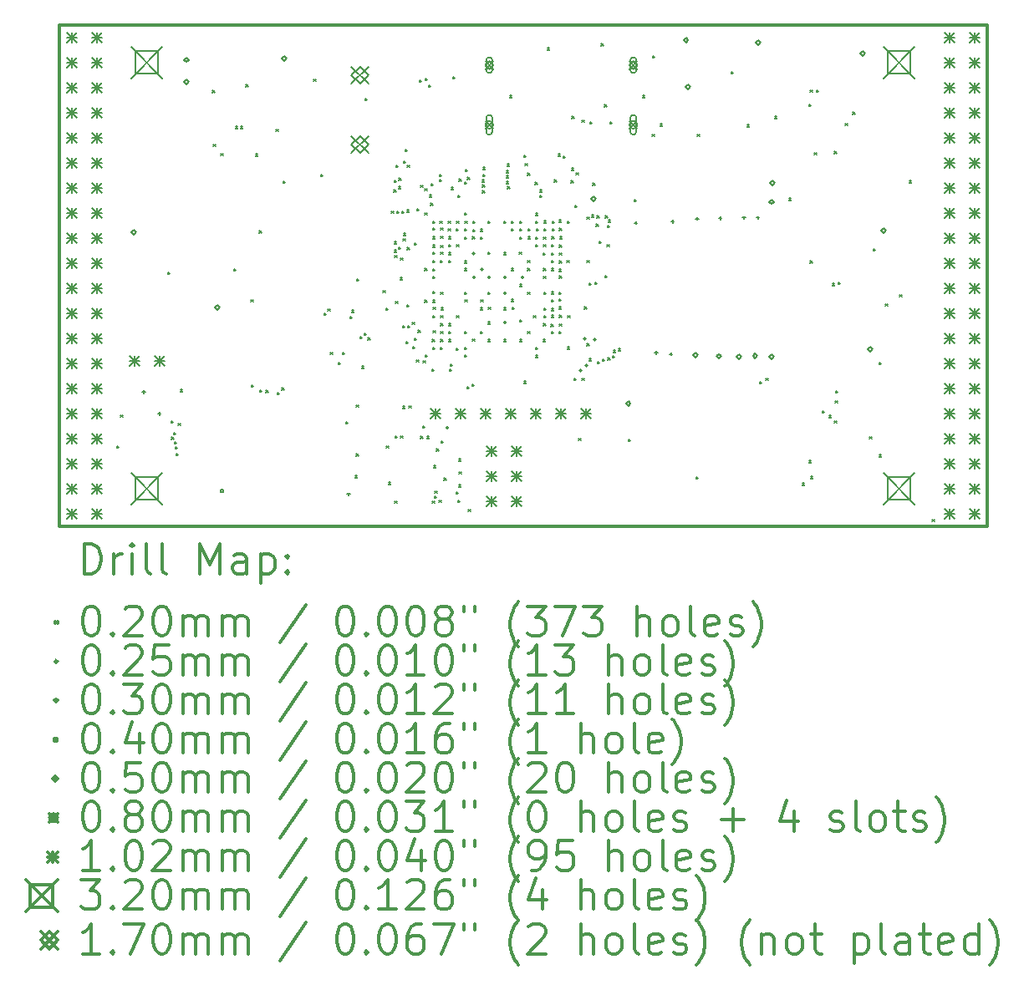
<source format=gbr>
%FSLAX45Y45*%
G04 Gerber Fmt 4.5, Leading zero omitted, Abs format (unit mm)*
G04 Created by KiCad (PCBNEW 4.0.7+dfsg1-1) date Fri Feb  2 20:30:51 2018*
%MOMM*%
%LPD*%
G01*
G04 APERTURE LIST*
%ADD10C,0.127000*%
%ADD11C,0.300000*%
%ADD12C,0.200000*%
G04 APERTURE END LIST*
D10*
D11*
X9410000Y-6142000D02*
X9410000Y-11222000D01*
X18808000Y-6142000D02*
X9410000Y-6142000D01*
X18808000Y-11222000D02*
X18808000Y-6142000D01*
X9410000Y-11222000D02*
X18808000Y-11222000D01*
D12*
X9998000Y-10410000D02*
X10018000Y-10430000D01*
X10018000Y-10410000D02*
X9998000Y-10430000D01*
X10035000Y-10094400D02*
X10055000Y-10114400D01*
X10055000Y-10094400D02*
X10035000Y-10114400D01*
X10514501Y-8649556D02*
X10534501Y-8669556D01*
X10534501Y-8649556D02*
X10514501Y-8669556D01*
X10547276Y-10156132D02*
X10567276Y-10176132D01*
X10567276Y-10156132D02*
X10547276Y-10176132D01*
X10552725Y-10321224D02*
X10572725Y-10341224D01*
X10572725Y-10321224D02*
X10552725Y-10341224D01*
X10571376Y-10271934D02*
X10591376Y-10291934D01*
X10591376Y-10271934D02*
X10571376Y-10291934D01*
X10579560Y-10366582D02*
X10599560Y-10386582D01*
X10599560Y-10366582D02*
X10579560Y-10386582D01*
X10589272Y-10418380D02*
X10609272Y-10438380D01*
X10609272Y-10418380D02*
X10589272Y-10438380D01*
X10598875Y-10487404D02*
X10618875Y-10507404D01*
X10618875Y-10487404D02*
X10598875Y-10507404D01*
X10617613Y-10179347D02*
X10637613Y-10199347D01*
X10637613Y-10179347D02*
X10617613Y-10199347D01*
X10637720Y-9838777D02*
X10657720Y-9858777D01*
X10657720Y-9838777D02*
X10637720Y-9858777D01*
X10966038Y-6807790D02*
X10986038Y-6827790D01*
X10986038Y-6807790D02*
X10966038Y-6827790D01*
X10974000Y-7352000D02*
X10994000Y-7372000D01*
X10994000Y-7352000D02*
X10974000Y-7372000D01*
X11049908Y-7448938D02*
X11069908Y-7468938D01*
X11069908Y-7448938D02*
X11049908Y-7468938D01*
X11179522Y-8615379D02*
X11199522Y-8635379D01*
X11199522Y-8615379D02*
X11179522Y-8635379D01*
X11197485Y-7171053D02*
X11217485Y-7191053D01*
X11217485Y-7171053D02*
X11197485Y-7191053D01*
X11251427Y-7170353D02*
X11271427Y-7190353D01*
X11271427Y-7170353D02*
X11251427Y-7190353D01*
X11305725Y-6746706D02*
X11325725Y-6766706D01*
X11325725Y-6746706D02*
X11305725Y-6766706D01*
X11355800Y-8926000D02*
X11375800Y-8946000D01*
X11375800Y-8926000D02*
X11355800Y-8946000D01*
X11360000Y-9792000D02*
X11380000Y-9812000D01*
X11380000Y-9792000D02*
X11360000Y-9812000D01*
X11400408Y-7451220D02*
X11420408Y-7471220D01*
X11420408Y-7451220D02*
X11400408Y-7471220D01*
X11441393Y-8230943D02*
X11461393Y-8250943D01*
X11461393Y-8230943D02*
X11441393Y-8250943D01*
X11446099Y-9843956D02*
X11466099Y-9863956D01*
X11466099Y-9843956D02*
X11446099Y-9863956D01*
X11509063Y-9847239D02*
X11529063Y-9867239D01*
X11529063Y-9847239D02*
X11509063Y-9867239D01*
X11609800Y-7198800D02*
X11629800Y-7218800D01*
X11629800Y-7198800D02*
X11609800Y-7218800D01*
X11622596Y-9869085D02*
X11642596Y-9889085D01*
X11642596Y-9869085D02*
X11622596Y-9889085D01*
X11670000Y-9822000D02*
X11690000Y-9842000D01*
X11690000Y-9822000D02*
X11670000Y-9842000D01*
X11681293Y-7725516D02*
X11701293Y-7745516D01*
X11701293Y-7725516D02*
X11681293Y-7745516D01*
X11990800Y-6690800D02*
X12010800Y-6710800D01*
X12010800Y-6690800D02*
X11990800Y-6710800D01*
X12063993Y-7659408D02*
X12083993Y-7679408D01*
X12083993Y-7659408D02*
X12063993Y-7679408D01*
X12098833Y-9065379D02*
X12118833Y-9085379D01*
X12118833Y-9065379D02*
X12098833Y-9085379D01*
X12133122Y-9021159D02*
X12153122Y-9041159D01*
X12153122Y-9021159D02*
X12133122Y-9041159D01*
X12158748Y-9461825D02*
X12178748Y-9481825D01*
X12178748Y-9461825D02*
X12158748Y-9481825D01*
X12242792Y-9562590D02*
X12262792Y-9582590D01*
X12262792Y-9562590D02*
X12242792Y-9582590D01*
X12283265Y-9462436D02*
X12303265Y-9482436D01*
X12303265Y-9462436D02*
X12283265Y-9482436D01*
X12317388Y-10161592D02*
X12337388Y-10181592D01*
X12337388Y-10161592D02*
X12317388Y-10181592D01*
X12361487Y-9095738D02*
X12381487Y-9115738D01*
X12381487Y-9095738D02*
X12361487Y-9115738D01*
X12374655Y-9035153D02*
X12394655Y-9055153D01*
X12394655Y-9035153D02*
X12374655Y-9055153D01*
X12410242Y-10710764D02*
X12430242Y-10730764D01*
X12430242Y-10710764D02*
X12410242Y-10730764D01*
X12422216Y-10490236D02*
X12442216Y-10510236D01*
X12442216Y-10490236D02*
X12422216Y-10510236D01*
X12422600Y-9992800D02*
X12442600Y-10012800D01*
X12442600Y-9992800D02*
X12422600Y-10012800D01*
X12426118Y-8717437D02*
X12446118Y-8737437D01*
X12446118Y-8717437D02*
X12426118Y-8737437D01*
X12426118Y-8717437D02*
X12446118Y-8737437D01*
X12446118Y-8717437D02*
X12426118Y-8737437D01*
X12458109Y-9299376D02*
X12478109Y-9319376D01*
X12478109Y-9299376D02*
X12458109Y-9319376D01*
X12474902Y-9600287D02*
X12494902Y-9620287D01*
X12494902Y-9600287D02*
X12474902Y-9620287D01*
X12501033Y-9268800D02*
X12521033Y-9288800D01*
X12521033Y-9268800D02*
X12501033Y-9288800D01*
X12509354Y-6886299D02*
X12529354Y-6906299D01*
X12529354Y-6886299D02*
X12509354Y-6906299D01*
X12542510Y-9313676D02*
X12562510Y-9333676D01*
X12562510Y-9313676D02*
X12542510Y-9333676D01*
X12694005Y-8832641D02*
X12714005Y-8852641D01*
X12714005Y-8832641D02*
X12694005Y-8852641D01*
X12720827Y-9012146D02*
X12740827Y-9032146D01*
X12740827Y-9012146D02*
X12720827Y-9032146D01*
X12728568Y-10410367D02*
X12748568Y-10430367D01*
X12748568Y-10410367D02*
X12728568Y-10430367D01*
X12748660Y-10777504D02*
X12768660Y-10797504D01*
X12768660Y-10777504D02*
X12748660Y-10797504D01*
X12778962Y-8030743D02*
X12798962Y-8050743D01*
X12798962Y-8030743D02*
X12778962Y-8050743D01*
X12802557Y-7813365D02*
X12822557Y-7833365D01*
X12822557Y-7813365D02*
X12802557Y-7833365D01*
X12805201Y-7715784D02*
X12825201Y-7735784D01*
X12825201Y-7715784D02*
X12805201Y-7735784D01*
X12806546Y-8340972D02*
X12826546Y-8360972D01*
X12826546Y-8340972D02*
X12806546Y-8360972D01*
X12808202Y-8425374D02*
X12828202Y-8445374D01*
X12828202Y-8425374D02*
X12808202Y-8445374D01*
X12810769Y-8478012D02*
X12830769Y-8498012D01*
X12830769Y-8478012D02*
X12810769Y-8498012D01*
X12811634Y-10966034D02*
X12831634Y-10986034D01*
X12831634Y-10966034D02*
X12811634Y-10986034D01*
X12818000Y-10310000D02*
X12838000Y-10330000D01*
X12838000Y-10310000D02*
X12818000Y-10330000D01*
X12821209Y-8945692D02*
X12841209Y-8965692D01*
X12841209Y-8945692D02*
X12821209Y-8965692D01*
X12823318Y-7566981D02*
X12843318Y-7586981D01*
X12843318Y-7566981D02*
X12823318Y-7586981D01*
X12831658Y-8029985D02*
X12851658Y-8049985D01*
X12851658Y-8029985D02*
X12831658Y-8049985D01*
X12849054Y-7779404D02*
X12869054Y-7799404D01*
X12869054Y-7779404D02*
X12849054Y-7799404D01*
X12852266Y-8396464D02*
X12872266Y-8416464D01*
X12872266Y-8396464D02*
X12852266Y-8416464D01*
X12854493Y-7695003D02*
X12874493Y-7715003D01*
X12874493Y-7695003D02*
X12854493Y-7715003D01*
X12867665Y-8702786D02*
X12887665Y-8722786D01*
X12887665Y-8702786D02*
X12867665Y-8722786D01*
X12870682Y-10308590D02*
X12890682Y-10328590D01*
X12890682Y-10308590D02*
X12870682Y-10328590D01*
X12872311Y-8505356D02*
X12892311Y-8525356D01*
X12892311Y-8505356D02*
X12872311Y-8525356D01*
X12884359Y-8029973D02*
X12904359Y-8049973D01*
X12904359Y-8029973D02*
X12884359Y-8049973D01*
X12890520Y-10007480D02*
X12910520Y-10027480D01*
X12910520Y-10007480D02*
X12890520Y-10027480D01*
X12892859Y-9188600D02*
X12912859Y-9208600D01*
X12912859Y-9188600D02*
X12892859Y-9208600D01*
X12895438Y-8307924D02*
X12915438Y-8327924D01*
X12915438Y-8307924D02*
X12895438Y-8327924D01*
X12900909Y-8255507D02*
X12920909Y-8275507D01*
X12920909Y-8255507D02*
X12900909Y-8275507D01*
X12902508Y-7521580D02*
X12922508Y-7541580D01*
X12922508Y-7521580D02*
X12902508Y-7541580D01*
X12915222Y-7404246D02*
X12935222Y-7424246D01*
X12935222Y-7404246D02*
X12915222Y-7424246D01*
X12927175Y-9350117D02*
X12947175Y-9370117D01*
X12947175Y-9350117D02*
X12927175Y-9370117D01*
X12934924Y-8977393D02*
X12954924Y-8997393D01*
X12954924Y-8977393D02*
X12934924Y-8997393D01*
X12935799Y-8018511D02*
X12955799Y-8038511D01*
X12955799Y-8018511D02*
X12935799Y-8038511D01*
X12938767Y-8397993D02*
X12958767Y-8417993D01*
X12958767Y-8397993D02*
X12938767Y-8417993D01*
X12939334Y-7563781D02*
X12959334Y-7583781D01*
X12959334Y-7563781D02*
X12939334Y-7583781D01*
X12945560Y-9188599D02*
X12965560Y-9208599D01*
X12965560Y-9188599D02*
X12945560Y-9208599D01*
X12956000Y-10005500D02*
X12976000Y-10025500D01*
X12976000Y-10005500D02*
X12956000Y-10025500D01*
X12988324Y-9156898D02*
X13008324Y-9176898D01*
X13008324Y-9156898D02*
X12988324Y-9176898D01*
X12995333Y-9401321D02*
X13015333Y-9421321D01*
X13015333Y-9401321D02*
X12995333Y-9421321D01*
X13010463Y-8349948D02*
X13030463Y-8369948D01*
X13030463Y-8349948D02*
X13010463Y-8369948D01*
X13011135Y-9318427D02*
X13031135Y-9338427D01*
X13031135Y-9318427D02*
X13011135Y-9338427D01*
X13032200Y-9535600D02*
X13052200Y-9555600D01*
X13052200Y-9535600D02*
X13032200Y-9555600D01*
X13038990Y-8006723D02*
X13058990Y-8026723D01*
X13058990Y-8006723D02*
X13038990Y-8026723D01*
X13048303Y-9237563D02*
X13068303Y-9257563D01*
X13068303Y-9237563D02*
X13048303Y-9257563D01*
X13060488Y-6700556D02*
X13080488Y-6720556D01*
X13080488Y-6700556D02*
X13060488Y-6720556D01*
X13073948Y-10310899D02*
X13093948Y-10330899D01*
X13093948Y-10310899D02*
X13073948Y-10330899D01*
X13075683Y-7768682D02*
X13095683Y-7788682D01*
X13095683Y-7768682D02*
X13075683Y-7788682D01*
X13093907Y-10208700D02*
X13113907Y-10228700D01*
X13113907Y-10208700D02*
X13093907Y-10228700D01*
X13098471Y-9546418D02*
X13118471Y-9566418D01*
X13118471Y-9546418D02*
X13098471Y-9566418D01*
X13115313Y-7803422D02*
X13135313Y-7823422D01*
X13135313Y-7803422D02*
X13115313Y-7823422D01*
X13117530Y-8049575D02*
X13137530Y-8069575D01*
X13137530Y-8049575D02*
X13117530Y-8069575D01*
X13117831Y-8611310D02*
X13137831Y-8631310D01*
X13137831Y-8611310D02*
X13117831Y-8631310D01*
X13117950Y-8930733D02*
X13137950Y-8950733D01*
X13137950Y-8930733D02*
X13117950Y-8950733D01*
X13121616Y-9485914D02*
X13141616Y-9505914D01*
X13141616Y-9485914D02*
X13121616Y-9505914D01*
X13122921Y-6682805D02*
X13142921Y-6702805D01*
X13142921Y-6682805D02*
X13122921Y-6702805D01*
X13135385Y-10310829D02*
X13155385Y-10330829D01*
X13155385Y-10310829D02*
X13135385Y-10330829D01*
X13154409Y-6752000D02*
X13174409Y-6772000D01*
X13174409Y-6752000D02*
X13154409Y-6772000D01*
X13160933Y-7864587D02*
X13180933Y-7884587D01*
X13180933Y-7864587D02*
X13160933Y-7884587D01*
X13174731Y-7948989D02*
X13194731Y-7968989D01*
X13194731Y-7948989D02*
X13174731Y-7968989D01*
X13182329Y-7748485D02*
X13202329Y-7768485D01*
X13202329Y-7748485D02*
X13182329Y-7768485D01*
X13188633Y-9630479D02*
X13208633Y-9650479D01*
X13208633Y-9630479D02*
X13188633Y-9650479D01*
X13192441Y-10966678D02*
X13212441Y-10986678D01*
X13212441Y-10966678D02*
X13192441Y-10986678D01*
X13193199Y-9330000D02*
X13213199Y-9350000D01*
X13213199Y-9330000D02*
X13193199Y-9350000D01*
X13196210Y-8443398D02*
X13216210Y-8463398D01*
X13216210Y-8443398D02*
X13196210Y-8463398D01*
X13197298Y-8527799D02*
X13217298Y-8547799D01*
X13217298Y-8527799D02*
X13197298Y-8547799D01*
X13197562Y-8931064D02*
X13217562Y-8951064D01*
X13217562Y-8931064D02*
X13197562Y-8951064D01*
X13197734Y-9090201D02*
X13217734Y-9110201D01*
X13217734Y-9090201D02*
X13197734Y-9110201D01*
X13197902Y-8288404D02*
X13217902Y-8308404D01*
X13217902Y-8288404D02*
X13197902Y-8308404D01*
X13198000Y-8130000D02*
X13218000Y-8150000D01*
X13218000Y-8130000D02*
X13198000Y-8150000D01*
X13198000Y-8690000D02*
X13218000Y-8710000D01*
X13218000Y-8690000D02*
X13198000Y-8710000D01*
X13198000Y-9410000D02*
X13218000Y-9430000D01*
X13218000Y-9410000D02*
X13198000Y-9430000D01*
X13198001Y-8200333D02*
X13218001Y-8220333D01*
X13218001Y-8200333D02*
X13198001Y-8220333D01*
X13198303Y-8616041D02*
X13218303Y-8636041D01*
X13218303Y-8616041D02*
X13198303Y-8636041D01*
X13198368Y-8372806D02*
X13218368Y-8392806D01*
X13218368Y-8372806D02*
X13198368Y-8392806D01*
X13198405Y-8845827D02*
X13218405Y-8865827D01*
X13218405Y-8845827D02*
X13198405Y-8865827D01*
X13200000Y-9005799D02*
X13220000Y-9025799D01*
X13220000Y-9005799D02*
X13200000Y-9025799D01*
X13201075Y-9242748D02*
X13221075Y-9262748D01*
X13221075Y-9242748D02*
X13201075Y-9262748D01*
X13206286Y-10608587D02*
X13226286Y-10628587D01*
X13226286Y-10608587D02*
X13206286Y-10628587D01*
X13211973Y-10917729D02*
X13231973Y-10937729D01*
X13231973Y-10917729D02*
X13211973Y-10937729D01*
X13218587Y-10865445D02*
X13238587Y-10885445D01*
X13238587Y-10865445D02*
X13218587Y-10885445D01*
X13236800Y-10440341D02*
X13256800Y-10460341D01*
X13256800Y-10440341D02*
X13236800Y-10460341D01*
X13260800Y-10958000D02*
X13280800Y-10978000D01*
X13280800Y-10958000D02*
X13260800Y-10978000D01*
X13263724Y-7657621D02*
X13283724Y-7677621D01*
X13283724Y-7657621D02*
X13263724Y-7677621D01*
X13266117Y-7710267D02*
X13286117Y-7730267D01*
X13286117Y-7710267D02*
X13266117Y-7730267D01*
X13268334Y-8130000D02*
X13288334Y-8150000D01*
X13288334Y-8130000D02*
X13268334Y-8150000D01*
X13273464Y-8527799D02*
X13293464Y-8547799D01*
X13293464Y-8527799D02*
X13273464Y-8547799D01*
X13274623Y-9409707D02*
X13294623Y-9429707D01*
X13294623Y-9409707D02*
X13274623Y-9429707D01*
X13276300Y-8202454D02*
X13296300Y-8222454D01*
X13296300Y-8202454D02*
X13276300Y-8222454D01*
X13277177Y-8443398D02*
X13297177Y-8463398D01*
X13297177Y-8443398D02*
X13277177Y-8463398D01*
X13277261Y-8286855D02*
X13297261Y-8306855D01*
X13297261Y-8286855D02*
X13277261Y-8306855D01*
X13278000Y-8850000D02*
X13298000Y-8870000D01*
X13298000Y-8850000D02*
X13278000Y-8870000D01*
X13278000Y-9090000D02*
X13298000Y-9110000D01*
X13298000Y-9090000D02*
X13278000Y-9110000D01*
X13278000Y-9170000D02*
X13298000Y-9190000D01*
X13298000Y-9170000D02*
X13278000Y-9190000D01*
X13278000Y-9250000D02*
X13298000Y-9270000D01*
X13298000Y-9250000D02*
X13278000Y-9270000D01*
X13278000Y-9330000D02*
X13298000Y-9350000D01*
X13298000Y-9330000D02*
X13278000Y-9350000D01*
X13278089Y-8379783D02*
X13298089Y-8399784D01*
X13298089Y-8379783D02*
X13278089Y-8399784D01*
X13280000Y-9008000D02*
X13300000Y-9028000D01*
X13300000Y-9008000D02*
X13280000Y-9028000D01*
X13283696Y-10361100D02*
X13303696Y-10381100D01*
X13303696Y-10361100D02*
X13283696Y-10381100D01*
X13311600Y-10736500D02*
X13331600Y-10756500D01*
X13331600Y-10736500D02*
X13311600Y-10756500D01*
X13352736Y-8131468D02*
X13372736Y-8151468D01*
X13372736Y-8131468D02*
X13352736Y-8151468D01*
X13354839Y-8209060D02*
X13374839Y-8229060D01*
X13374839Y-8209060D02*
X13354839Y-8229060D01*
X13357194Y-8449520D02*
X13377194Y-8469520D01*
X13377194Y-8449520D02*
X13357194Y-8469520D01*
X13358000Y-8290000D02*
X13378000Y-8310000D01*
X13378000Y-8290000D02*
X13358000Y-8310000D01*
X13358000Y-8370000D02*
X13378000Y-8390000D01*
X13378000Y-8370000D02*
X13358000Y-8390000D01*
X13358000Y-8530000D02*
X13378000Y-8550000D01*
X13378000Y-8530000D02*
X13358000Y-8550000D01*
X13358000Y-9170000D02*
X13378000Y-9190000D01*
X13378000Y-9170000D02*
X13358000Y-9190000D01*
X13358000Y-9250000D02*
X13378000Y-9270000D01*
X13378000Y-9250000D02*
X13358000Y-9270000D01*
X13358548Y-9330230D02*
X13378548Y-9350230D01*
X13378548Y-9330230D02*
X13358548Y-9350230D01*
X13366285Y-9629515D02*
X13386285Y-9649515D01*
X13386285Y-9629515D02*
X13366285Y-9649515D01*
X13375239Y-9577580D02*
X13395239Y-9597580D01*
X13395239Y-9577580D02*
X13375239Y-9597580D01*
X13382794Y-7789521D02*
X13402794Y-7809521D01*
X13402794Y-7789521D02*
X13382794Y-7809521D01*
X13402494Y-6667598D02*
X13422494Y-6687598D01*
X13422494Y-6667598D02*
X13402494Y-6687598D01*
X13433398Y-8208015D02*
X13453398Y-8228015D01*
X13453398Y-8208015D02*
X13433398Y-8228015D01*
X13435582Y-9416717D02*
X13455582Y-9436717D01*
X13455582Y-9416717D02*
X13435582Y-9436717D01*
X13436400Y-10874197D02*
X13456400Y-10894197D01*
X13456400Y-10874197D02*
X13436400Y-10894197D01*
X13437137Y-8130675D02*
X13457137Y-8150675D01*
X13457137Y-8130675D02*
X13437137Y-8150675D01*
X13438000Y-8370000D02*
X13458000Y-8390000D01*
X13458000Y-8370000D02*
X13438000Y-8390000D01*
X13438000Y-9090000D02*
X13458000Y-9110000D01*
X13458000Y-9090000D02*
X13438000Y-9110000D01*
X13451300Y-7871900D02*
X13471300Y-7891900D01*
X13471300Y-7871900D02*
X13451300Y-7891900D01*
X13453687Y-10961995D02*
X13473687Y-10981995D01*
X13473687Y-10961995D02*
X13453687Y-10981995D01*
X13457587Y-10803159D02*
X13477587Y-10823159D01*
X13477587Y-10803159D02*
X13457587Y-10823159D01*
X13460735Y-10540845D02*
X13480735Y-10560845D01*
X13480735Y-10540845D02*
X13460735Y-10560845D01*
X13463293Y-7703051D02*
X13483293Y-7723051D01*
X13483293Y-7703051D02*
X13463293Y-7723051D01*
X13465065Y-10671051D02*
X13485065Y-10691051D01*
X13485065Y-10671051D02*
X13465065Y-10691051D01*
X13517331Y-8851860D02*
X13537331Y-8871860D01*
X13537331Y-8851860D02*
X13517331Y-8871860D01*
X13517799Y-8209385D02*
X13537799Y-8229385D01*
X13537799Y-8209385D02*
X13517799Y-8229385D01*
X13518000Y-8292201D02*
X13538000Y-8312201D01*
X13538000Y-8292201D02*
X13518000Y-8312201D01*
X13518000Y-8534000D02*
X13538000Y-8554000D01*
X13538000Y-8534000D02*
X13518000Y-8554000D01*
X13518000Y-8610000D02*
X13538000Y-8630000D01*
X13538000Y-8610000D02*
X13518000Y-8630000D01*
X13518000Y-9250000D02*
X13538000Y-9270000D01*
X13538000Y-9250000D02*
X13518000Y-9270000D01*
X13518006Y-7736330D02*
X13538006Y-7756330D01*
X13538006Y-7736330D02*
X13518006Y-7756330D01*
X13518128Y-8048312D02*
X13538128Y-8068312D01*
X13538128Y-8048312D02*
X13518128Y-8068312D01*
X13518463Y-9488530D02*
X13538463Y-9508530D01*
X13538463Y-9488530D02*
X13518463Y-9508530D01*
X13518862Y-9412562D02*
X13538862Y-9432562D01*
X13538862Y-9412562D02*
X13518862Y-9432562D01*
X13521697Y-8134201D02*
X13541697Y-8154201D01*
X13541697Y-8134201D02*
X13521697Y-8154201D01*
X13524276Y-8928163D02*
X13544276Y-8948163D01*
X13544276Y-8928163D02*
X13524276Y-8948163D01*
X13528294Y-7608347D02*
X13548294Y-7628347D01*
X13548294Y-7608347D02*
X13528294Y-7628347D01*
X13541702Y-9806717D02*
X13561702Y-9826717D01*
X13561702Y-9806717D02*
X13541702Y-9826717D01*
X13547694Y-7687428D02*
X13567694Y-7707428D01*
X13567694Y-7687428D02*
X13547694Y-7707428D01*
X13555656Y-11051071D02*
X13575656Y-11071071D01*
X13575656Y-11051071D02*
X13555656Y-11071071D01*
X13592822Y-9782273D02*
X13612822Y-9802273D01*
X13612822Y-9782273D02*
X13592822Y-9802273D01*
X13598000Y-8290000D02*
X13618000Y-8310000D01*
X13618000Y-8290000D02*
X13598000Y-8310000D01*
X13599596Y-9326965D02*
X13619596Y-9346965D01*
X13619596Y-9326965D02*
X13599596Y-9346965D01*
X13602455Y-8216004D02*
X13622455Y-8236004D01*
X13622455Y-8216004D02*
X13602455Y-8236004D01*
X13606098Y-8131603D02*
X13626098Y-8151603D01*
X13626098Y-8131603D02*
X13606098Y-8151603D01*
X13678000Y-9250000D02*
X13698000Y-9270000D01*
X13698000Y-9250000D02*
X13678000Y-9270000D01*
X13678517Y-9009483D02*
X13698517Y-9029483D01*
X13698517Y-9009483D02*
X13678517Y-9029483D01*
X13680000Y-8212000D02*
X13700000Y-8232000D01*
X13700000Y-8212000D02*
X13680000Y-8232000D01*
X13680000Y-8292000D02*
X13700000Y-8312000D01*
X13700000Y-8292000D02*
X13680000Y-8312000D01*
X13684453Y-8927346D02*
X13704453Y-8947346D01*
X13704453Y-8927346D02*
X13684453Y-8947346D01*
X13697889Y-7711503D02*
X13717889Y-7731503D01*
X13717889Y-7711503D02*
X13697889Y-7731503D01*
X13699765Y-7764171D02*
X13719765Y-7784171D01*
X13719765Y-7764171D02*
X13699765Y-7784171D01*
X13700000Y-7822000D02*
X13720000Y-7842000D01*
X13720000Y-7822000D02*
X13700000Y-7842000D01*
X13703343Y-7659085D02*
X13723343Y-7679085D01*
X13723343Y-7659085D02*
X13703343Y-7679085D01*
X13707799Y-7585019D02*
X13727799Y-7605019D01*
X13727799Y-7585019D02*
X13707799Y-7605019D01*
X13755905Y-9153803D02*
X13775905Y-9173803D01*
X13775905Y-9153803D02*
X13755905Y-9173803D01*
X13758000Y-8130000D02*
X13778000Y-8150000D01*
X13778000Y-8130000D02*
X13758000Y-8150000D01*
X13758000Y-8850000D02*
X13778000Y-8870000D01*
X13778000Y-8850000D02*
X13758000Y-8870000D01*
X13758000Y-9330000D02*
X13778000Y-9350000D01*
X13778000Y-9330000D02*
X13758000Y-9350000D01*
X13758056Y-8443409D02*
X13778056Y-8463409D01*
X13778056Y-8443409D02*
X13758056Y-8463409D01*
X13758900Y-9002299D02*
X13778900Y-9022299D01*
X13778900Y-9002299D02*
X13758900Y-9022299D01*
X13917252Y-8451135D02*
X13937252Y-8471135D01*
X13937252Y-8451135D02*
X13917252Y-8471135D01*
X13918000Y-8130000D02*
X13938000Y-8150000D01*
X13938000Y-8130000D02*
X13918000Y-8150000D01*
X13918000Y-9330000D02*
X13938000Y-9350000D01*
X13938000Y-9330000D02*
X13918000Y-9350000D01*
X13918580Y-9007769D02*
X13938580Y-9027769D01*
X13938580Y-9007769D02*
X13918580Y-9027769D01*
X13944463Y-7672114D02*
X13964463Y-7692114D01*
X13964463Y-7672114D02*
X13944463Y-7692114D01*
X13944463Y-7728877D02*
X13964463Y-7748877D01*
X13964463Y-7728877D02*
X13944463Y-7748877D01*
X13944463Y-7619412D02*
X13964463Y-7639412D01*
X13964463Y-7619412D02*
X13944463Y-7639412D01*
X13951847Y-7550943D02*
X13971847Y-7570943D01*
X13971847Y-7550943D02*
X13951847Y-7570943D01*
X13955543Y-7780400D02*
X13975543Y-7800400D01*
X13975543Y-7780400D02*
X13955543Y-7800400D01*
X13976437Y-6856567D02*
X13996437Y-6876567D01*
X13996437Y-6856567D02*
X13976437Y-6876567D01*
X13991460Y-8609297D02*
X14011460Y-8629297D01*
X14011460Y-8609297D02*
X13991460Y-8629297D01*
X13992898Y-8210000D02*
X14012898Y-8230000D01*
X14012898Y-8210000D02*
X13992898Y-8230000D01*
X13993599Y-8130000D02*
X14013599Y-8150000D01*
X14013599Y-8130000D02*
X13993599Y-8150000D01*
X13993894Y-8925097D02*
X14013894Y-8945097D01*
X14013894Y-8925097D02*
X13993894Y-8945097D01*
X13999489Y-9002299D02*
X14019489Y-9022299D01*
X14019489Y-9002299D02*
X13999489Y-9022299D01*
X14073600Y-8443400D02*
X14093600Y-8463400D01*
X14093600Y-8443400D02*
X14073600Y-8463400D01*
X14076133Y-8294127D02*
X14096133Y-8314127D01*
X14096133Y-8294127D02*
X14076133Y-8314127D01*
X14077299Y-8207716D02*
X14097299Y-8227716D01*
X14097299Y-8207716D02*
X14077299Y-8227716D01*
X14077419Y-9133335D02*
X14097419Y-9153335D01*
X14097419Y-9133335D02*
X14077419Y-9153335D01*
X14078000Y-8130000D02*
X14098000Y-8150000D01*
X14098000Y-8130000D02*
X14078000Y-8150000D01*
X14078000Y-9330000D02*
X14098000Y-9350000D01*
X14098000Y-9330000D02*
X14078000Y-9350000D01*
X14079623Y-8771623D02*
X14099623Y-8791623D01*
X14099623Y-8771623D02*
X14079623Y-8791623D01*
X14118066Y-9754201D02*
X14138066Y-9774201D01*
X14138066Y-9754201D02*
X14118066Y-9774201D01*
X14121447Y-7464129D02*
X14141447Y-7484129D01*
X14141447Y-7464129D02*
X14121447Y-7484129D01*
X14131352Y-7546411D02*
X14151352Y-7566411D01*
X14151352Y-7546411D02*
X14131352Y-7566411D01*
X14156630Y-7646103D02*
X14176630Y-7666103D01*
X14176630Y-7646103D02*
X14156630Y-7666103D01*
X14158000Y-8530000D02*
X14178000Y-8550000D01*
X14178000Y-8530000D02*
X14158000Y-8550000D01*
X14158000Y-8610000D02*
X14178000Y-8630000D01*
X14178000Y-8610000D02*
X14158000Y-8630000D01*
X14158000Y-8850000D02*
X14178000Y-8870000D01*
X14178000Y-8850000D02*
X14158000Y-8870000D01*
X14158000Y-9250000D02*
X14178000Y-9270000D01*
X14178000Y-9250000D02*
X14158000Y-9270000D01*
X14162701Y-8209494D02*
X14182701Y-8229494D01*
X14182701Y-8209494D02*
X14162701Y-8229494D01*
X14162701Y-8289887D02*
X14182701Y-8309887D01*
X14182701Y-8289887D02*
X14162701Y-8309887D01*
X14217799Y-9090000D02*
X14237799Y-9110000D01*
X14237799Y-9090000D02*
X14217799Y-9110000D01*
X14235443Y-7739745D02*
X14255443Y-7759745D01*
X14255443Y-7739745D02*
X14235443Y-7759745D01*
X14236000Y-8052000D02*
X14256000Y-8072000D01*
X14256000Y-8052000D02*
X14236000Y-8072000D01*
X14236000Y-8132000D02*
X14256000Y-8152000D01*
X14256000Y-8132000D02*
X14236000Y-8152000D01*
X14236000Y-8292000D02*
X14256000Y-8312000D01*
X14256000Y-8292000D02*
X14236000Y-8312000D01*
X14238000Y-8370000D02*
X14258000Y-8390000D01*
X14258000Y-8370000D02*
X14238000Y-8390000D01*
X14238000Y-9410000D02*
X14258000Y-9430000D01*
X14258000Y-9410000D02*
X14238000Y-9430000D01*
X14238000Y-9490000D02*
X14258000Y-9510000D01*
X14258000Y-9490000D02*
X14238000Y-9510000D01*
X14247102Y-8210435D02*
X14267102Y-8230435D01*
X14267102Y-8210435D02*
X14247102Y-8230435D01*
X14279740Y-7869964D02*
X14299740Y-7889964D01*
X14299740Y-7869964D02*
X14279740Y-7889964D01*
X14279930Y-7816023D02*
X14299930Y-7836023D01*
X14299930Y-7816023D02*
X14279930Y-7836023D01*
X14316000Y-8452000D02*
X14336000Y-8472000D01*
X14336000Y-8452000D02*
X14316000Y-8472000D01*
X14316969Y-9331491D02*
X14336969Y-9351491D01*
X14336969Y-9331491D02*
X14316969Y-9351491D01*
X14318000Y-8370000D02*
X14338000Y-8390000D01*
X14338000Y-8370000D02*
X14318000Y-8390000D01*
X14318000Y-8690000D02*
X14338000Y-8710000D01*
X14338000Y-8690000D02*
X14318000Y-8710000D01*
X14318000Y-9170000D02*
X14338000Y-9190000D01*
X14338000Y-9170000D02*
X14318000Y-9190000D01*
X14318740Y-8294201D02*
X14338740Y-8314201D01*
X14338740Y-8294201D02*
X14318740Y-8314201D01*
X14320000Y-8612000D02*
X14340000Y-8632000D01*
X14340000Y-8612000D02*
X14320000Y-8632000D01*
X14322201Y-8849503D02*
X14342201Y-8869503D01*
X14342201Y-8849503D02*
X14322201Y-8869503D01*
X14322201Y-9010195D02*
X14342201Y-9030195D01*
X14342201Y-9010195D02*
X14322201Y-9030195D01*
X14322201Y-9090066D02*
X14342201Y-9110066D01*
X14342201Y-9090066D02*
X14322201Y-9110066D01*
X14323103Y-8127729D02*
X14343103Y-8147729D01*
X14343103Y-8127729D02*
X14323103Y-8147729D01*
X14323265Y-8209799D02*
X14343265Y-8229799D01*
X14343265Y-8209799D02*
X14323265Y-8229799D01*
X14355067Y-6376252D02*
X14375067Y-6396252D01*
X14375067Y-6376252D02*
X14355067Y-6396252D01*
X14396483Y-9177765D02*
X14416483Y-9197765D01*
X14416483Y-9177765D02*
X14396483Y-9197765D01*
X14397624Y-8929530D02*
X14417624Y-8949530D01*
X14417624Y-8929530D02*
X14397624Y-8949530D01*
X14397701Y-9016697D02*
X14417701Y-9036697D01*
X14417701Y-9016697D02*
X14397701Y-9036697D01*
X14398000Y-8610000D02*
X14418000Y-8630000D01*
X14418000Y-8610000D02*
X14398000Y-8630000D01*
X14398000Y-9085650D02*
X14418000Y-9105650D01*
X14418000Y-9085650D02*
X14398000Y-9105650D01*
X14398283Y-8848451D02*
X14418283Y-8868451D01*
X14418283Y-8848451D02*
X14398283Y-8868451D01*
X14400201Y-8529722D02*
X14420201Y-8549722D01*
X14420201Y-8529722D02*
X14400201Y-8549722D01*
X14400319Y-8367799D02*
X14420319Y-8387799D01*
X14420319Y-8367799D02*
X14400319Y-8387799D01*
X14400350Y-8456040D02*
X14420350Y-8476040D01*
X14420350Y-8456040D02*
X14400350Y-8476040D01*
X14401325Y-9248876D02*
X14421325Y-9268876D01*
X14421325Y-9248876D02*
X14401325Y-9268876D01*
X14403141Y-8290000D02*
X14423141Y-8310000D01*
X14423141Y-8290000D02*
X14403141Y-8310000D01*
X14407504Y-8129877D02*
X14427504Y-8149877D01*
X14427504Y-8129877D02*
X14407504Y-8149877D01*
X14407666Y-8210000D02*
X14427666Y-8230000D01*
X14427666Y-8210000D02*
X14407666Y-8230000D01*
X14429487Y-7711993D02*
X14449487Y-7731993D01*
X14449487Y-7711993D02*
X14429487Y-7731993D01*
X14468000Y-7449038D02*
X14488000Y-7469038D01*
X14488000Y-7449038D02*
X14468000Y-7469038D01*
X14475581Y-8916848D02*
X14495581Y-8936848D01*
X14495581Y-8916848D02*
X14475581Y-8936848D01*
X14476724Y-9001248D02*
X14496724Y-9021248D01*
X14496724Y-9001248D02*
X14476724Y-9021248D01*
X14477515Y-8619275D02*
X14497515Y-8639275D01*
X14497515Y-8619275D02*
X14477515Y-8639275D01*
X14477765Y-8852201D02*
X14497765Y-8872201D01*
X14497765Y-8852201D02*
X14477765Y-8872201D01*
X14478001Y-8120333D02*
X14498001Y-8140333D01*
X14498001Y-8120333D02*
X14478001Y-8140333D01*
X14478235Y-9247799D02*
X14498235Y-9267799D01*
X14498235Y-9247799D02*
X14478235Y-9267799D01*
X14478812Y-8204734D02*
X14498812Y-8224734D01*
X14498812Y-8204734D02*
X14478812Y-8224734D01*
X14478935Y-8534874D02*
X14498935Y-8554874D01*
X14498935Y-8534874D02*
X14478935Y-8554874D01*
X14479432Y-8687756D02*
X14499432Y-8707756D01*
X14499432Y-8687756D02*
X14479432Y-8707756D01*
X14479670Y-8373537D02*
X14499670Y-8393537D01*
X14499670Y-8373537D02*
X14479670Y-8393537D01*
X14480000Y-9172000D02*
X14500000Y-9192000D01*
X14500000Y-9172000D02*
X14480000Y-9192000D01*
X14480294Y-9085650D02*
X14500294Y-9105650D01*
X14500294Y-9085650D02*
X14480294Y-9105650D01*
X14481241Y-8453582D02*
X14501241Y-8473582D01*
X14501241Y-8453582D02*
X14481241Y-8473582D01*
X14481689Y-8289136D02*
X14501689Y-8309136D01*
X14501689Y-8289136D02*
X14481689Y-8309136D01*
X14515569Y-7471722D02*
X14535569Y-7491722D01*
X14535569Y-7471722D02*
X14515569Y-7491722D01*
X14557281Y-8529606D02*
X14577281Y-8549606D01*
X14577281Y-8529606D02*
X14557281Y-8549606D01*
X14558000Y-8130512D02*
X14578000Y-8150512D01*
X14578000Y-8130512D02*
X14558000Y-8150512D01*
X14559124Y-9406675D02*
X14579124Y-9426675D01*
X14579124Y-9406675D02*
X14559124Y-9426675D01*
X14565987Y-9091018D02*
X14585987Y-9111018D01*
X14585987Y-9091018D02*
X14565987Y-9111018D01*
X14598908Y-7720057D02*
X14618908Y-7740057D01*
X14618908Y-7720057D02*
X14598908Y-7740057D01*
X14603080Y-7596013D02*
X14623080Y-7616013D01*
X14623080Y-7596013D02*
X14603080Y-7616013D01*
X14608000Y-7070000D02*
X14628000Y-7090000D01*
X14628000Y-7070000D02*
X14608000Y-7090000D01*
X14629479Y-9723392D02*
X14649479Y-9743392D01*
X14649479Y-9723392D02*
X14629479Y-9743392D01*
X14638141Y-7971938D02*
X14658141Y-7991938D01*
X14658141Y-7971938D02*
X14638141Y-7991938D01*
X14647773Y-7640082D02*
X14667773Y-7660082D01*
X14667773Y-7640082D02*
X14647773Y-7660082D01*
X14674429Y-10335274D02*
X14694429Y-10355274D01*
X14694429Y-10335274D02*
X14674429Y-10355274D01*
X14707598Y-9723392D02*
X14727598Y-9743392D01*
X14727598Y-9723392D02*
X14707598Y-9743392D01*
X14708600Y-7110000D02*
X14728600Y-7130000D01*
X14728600Y-7110000D02*
X14708600Y-7130000D01*
X14733095Y-9001248D02*
X14753095Y-9021248D01*
X14753095Y-9001248D02*
X14733095Y-9021248D01*
X14758739Y-8527409D02*
X14778739Y-8547409D01*
X14778739Y-8527409D02*
X14758739Y-8547409D01*
X14758831Y-8088311D02*
X14778831Y-8108311D01*
X14778831Y-8088311D02*
X14758831Y-8108311D01*
X14760000Y-9372000D02*
X14780000Y-9392000D01*
X14780000Y-9372000D02*
X14760000Y-9392000D01*
X14781079Y-8758342D02*
X14801079Y-8778342D01*
X14801079Y-8758342D02*
X14781079Y-8778342D01*
X14782886Y-9523902D02*
X14802886Y-9543902D01*
X14802886Y-9523902D02*
X14782886Y-9543902D01*
X14788315Y-7124708D02*
X14808315Y-7144708D01*
X14808315Y-7124708D02*
X14788315Y-7144708D01*
X14807525Y-8068155D02*
X14827525Y-8088155D01*
X14827525Y-8068155D02*
X14807525Y-8088155D01*
X14817193Y-7745807D02*
X14837193Y-7765807D01*
X14837193Y-7745807D02*
X14817193Y-7765807D01*
X14838354Y-8750817D02*
X14858354Y-8770817D01*
X14858354Y-8750817D02*
X14838354Y-8770817D01*
X14851066Y-8160586D02*
X14871066Y-8180586D01*
X14871066Y-8160586D02*
X14851066Y-8180586D01*
X14859611Y-8076185D02*
X14879611Y-8096185D01*
X14879611Y-8076185D02*
X14859611Y-8096185D01*
X14864798Y-9556963D02*
X14884798Y-9576963D01*
X14884798Y-9556963D02*
X14864798Y-9576963D01*
X14882151Y-8334201D02*
X14902151Y-8354201D01*
X14902151Y-8334201D02*
X14882151Y-8354201D01*
X14903412Y-6332405D02*
X14923412Y-6352405D01*
X14923412Y-6332405D02*
X14903412Y-6352405D01*
X14918439Y-9527799D02*
X14938439Y-9547799D01*
X14938439Y-9527799D02*
X14918439Y-9547799D01*
X14937595Y-6951968D02*
X14957595Y-6971968D01*
X14957595Y-6951968D02*
X14937595Y-6971968D01*
X14943392Y-8680994D02*
X14963392Y-8700994D01*
X14963392Y-8680994D02*
X14943392Y-8700994D01*
X14944975Y-8076843D02*
X14964975Y-8096843D01*
X14964975Y-8076843D02*
X14944975Y-8096843D01*
X14963249Y-8370769D02*
X14983249Y-8390769D01*
X14983249Y-8370769D02*
X14963249Y-8390769D01*
X14967169Y-8172566D02*
X14987169Y-8192566D01*
X14987169Y-8172566D02*
X14967169Y-8192566D01*
X14969589Y-9515108D02*
X14989589Y-9535108D01*
X14989589Y-9515108D02*
X14969589Y-9535108D01*
X14974647Y-8120398D02*
X14994647Y-8140398D01*
X14994647Y-8120398D02*
X14974647Y-8140398D01*
X14993085Y-7123185D02*
X15013085Y-7143185D01*
X15013085Y-7123185D02*
X14993085Y-7143185D01*
X15017890Y-9494025D02*
X15037890Y-9514025D01*
X15037890Y-9494025D02*
X15017890Y-9514025D01*
X15024597Y-9441753D02*
X15044597Y-9461753D01*
X15044597Y-9441753D02*
X15024597Y-9461753D01*
X15078921Y-9423257D02*
X15098921Y-9443257D01*
X15098921Y-9423257D02*
X15078921Y-9443257D01*
X15179638Y-10341072D02*
X15199638Y-10361072D01*
X15199638Y-10341072D02*
X15179638Y-10361072D01*
X15239707Y-7909347D02*
X15259707Y-7929347D01*
X15259707Y-7909347D02*
X15239707Y-7929347D01*
X15319711Y-6856567D02*
X15339711Y-6876567D01*
X15339711Y-6856567D02*
X15319711Y-6876567D01*
X15419800Y-7249600D02*
X15439800Y-7269600D01*
X15439800Y-7249600D02*
X15419800Y-7269600D01*
X15422933Y-6454377D02*
X15442933Y-6474377D01*
X15442933Y-6454377D02*
X15422933Y-6474377D01*
X15501528Y-7146346D02*
X15521528Y-7166346D01*
X15521528Y-7146346D02*
X15501528Y-7166346D01*
X15861665Y-10722518D02*
X15881665Y-10742518D01*
X15881665Y-10722518D02*
X15861665Y-10742518D01*
X15877000Y-7249600D02*
X15897000Y-7269600D01*
X15897000Y-7249600D02*
X15877000Y-7269600D01*
X16217147Y-6618496D02*
X16237147Y-6638496D01*
X16237147Y-6618496D02*
X16217147Y-6638496D01*
X16380885Y-7155186D02*
X16400885Y-7175186D01*
X16400885Y-7155186D02*
X16380885Y-7175186D01*
X16507059Y-9756632D02*
X16527059Y-9776632D01*
X16527059Y-9756632D02*
X16507059Y-9776632D01*
X16570337Y-9724488D02*
X16590337Y-9744488D01*
X16590337Y-9724488D02*
X16570337Y-9744488D01*
X16657891Y-7070355D02*
X16677891Y-7090355D01*
X16677891Y-7070355D02*
X16657891Y-7090355D01*
X16806644Y-7900804D02*
X16826644Y-7920804D01*
X16826644Y-7900804D02*
X16806644Y-7920804D01*
X16940659Y-10785373D02*
X16960659Y-10805373D01*
X16960659Y-10785373D02*
X16940659Y-10805373D01*
X17005773Y-10556635D02*
X17025773Y-10576635D01*
X17025773Y-10556635D02*
X17005773Y-10576635D01*
X17008296Y-6947101D02*
X17028296Y-6967101D01*
X17028296Y-6947101D02*
X17008296Y-6967101D01*
X17020000Y-6805100D02*
X17040000Y-6825100D01*
X17040000Y-6805100D02*
X17020000Y-6825100D01*
X17020954Y-8534153D02*
X17040954Y-8554153D01*
X17040954Y-8534153D02*
X17020954Y-8554153D01*
X17026290Y-10718620D02*
X17046290Y-10738620D01*
X17046290Y-10718620D02*
X17026290Y-10738620D01*
X17063590Y-7436498D02*
X17083590Y-7456498D01*
X17083590Y-7436498D02*
X17063590Y-7456498D01*
X17085000Y-6802556D02*
X17105000Y-6822556D01*
X17105000Y-6802556D02*
X17085000Y-6822556D01*
X17144030Y-10054574D02*
X17164030Y-10074574D01*
X17164030Y-10054574D02*
X17144030Y-10074574D01*
X17209336Y-10100566D02*
X17229336Y-10120566D01*
X17229336Y-10100566D02*
X17209336Y-10120566D01*
X17246454Y-8762201D02*
X17266454Y-8782201D01*
X17266454Y-8762201D02*
X17246454Y-8782201D01*
X17264664Y-7424799D02*
X17284664Y-7444799D01*
X17284664Y-7424799D02*
X17264664Y-7444799D01*
X17266127Y-10155168D02*
X17286127Y-10175168D01*
X17286127Y-10155168D02*
X17266127Y-10175168D01*
X17273463Y-9949992D02*
X17293463Y-9969992D01*
X17293463Y-9949992D02*
X17273463Y-9969992D01*
X17277992Y-9851865D02*
X17297992Y-9871865D01*
X17297992Y-9851865D02*
X17277992Y-9871865D01*
X17303795Y-8749428D02*
X17323795Y-8769428D01*
X17323795Y-8749428D02*
X17303795Y-8769428D01*
X17375600Y-7143899D02*
X17395600Y-7163899D01*
X17395600Y-7143899D02*
X17375600Y-7163899D01*
X17451151Y-7026702D02*
X17471151Y-7046702D01*
X17471151Y-7026702D02*
X17451151Y-7046702D01*
X17620559Y-10317981D02*
X17640559Y-10337981D01*
X17640559Y-10317981D02*
X17620559Y-10337981D01*
X17660000Y-8412000D02*
X17680000Y-8432000D01*
X17680000Y-8412000D02*
X17660000Y-8432000D01*
X17717400Y-10497912D02*
X17737400Y-10517912D01*
X17737400Y-10497912D02*
X17717400Y-10517912D01*
X17718500Y-9561000D02*
X17738500Y-9581000D01*
X17738500Y-9561000D02*
X17718500Y-9581000D01*
X17782698Y-8971206D02*
X17802698Y-8991206D01*
X17802698Y-8971206D02*
X17782698Y-8991206D01*
X17925151Y-8876833D02*
X17945151Y-8896833D01*
X17945151Y-8876833D02*
X17925151Y-8896833D01*
X18024078Y-7721693D02*
X18044078Y-7741693D01*
X18044078Y-7721693D02*
X18024078Y-7741693D01*
X18257515Y-11153763D02*
X18277515Y-11173763D01*
X18277515Y-11153763D02*
X18257515Y-11173763D01*
X13357629Y-10223262D02*
G75*
G03X13357629Y-10223262I-12700J0D01*
G01*
X13620700Y-8460000D02*
G75*
G03X13620700Y-8460000I-12700J0D01*
G01*
X13623799Y-8699540D02*
G75*
G03X13623799Y-8699540I-12700J0D01*
G01*
X13706511Y-8619631D02*
G75*
G03X13706511Y-8619631I-12700J0D01*
G01*
X13780700Y-8700000D02*
G75*
G03X13780700Y-8700000I-12700J0D01*
G01*
X13939164Y-9161521D02*
G75*
G03X13939164Y-9161521I-12700J0D01*
G01*
X13940700Y-8700000D02*
G75*
G03X13940700Y-8700000I-12700J0D01*
G01*
X13940700Y-8860000D02*
G75*
G03X13940700Y-8860000I-12700J0D01*
G01*
X14116986Y-8699500D02*
G75*
G03X14116986Y-8699500I-12700J0D01*
G01*
X14706928Y-9645206D02*
G75*
G03X14706928Y-9645206I-12700J0D01*
G01*
X14747089Y-9321713D02*
G75*
G03X14747089Y-9321713I-12700J0D01*
G01*
X14766147Y-9591326D02*
G75*
G03X14766147Y-9591326I-12700J0D01*
G01*
X14847601Y-9332231D02*
G75*
G03X14847601Y-9332231I-12700J0D01*
G01*
X10271005Y-9844495D02*
X10271005Y-9874495D01*
X10256005Y-9859495D02*
X10286005Y-9859495D01*
X10426000Y-10064000D02*
X10426000Y-10094000D01*
X10411000Y-10079000D02*
X10441000Y-10079000D01*
X12343700Y-10882200D02*
X12343700Y-10912200D01*
X12328700Y-10897200D02*
X12358700Y-10897200D01*
X15252594Y-8131387D02*
X15252594Y-8161387D01*
X15237594Y-8146387D02*
X15267594Y-8146387D01*
X15459390Y-9445795D02*
X15459390Y-9475795D01*
X15444390Y-9460795D02*
X15474390Y-9460795D01*
X15608824Y-9461298D02*
X15608824Y-9491298D01*
X15593824Y-9476298D02*
X15623824Y-9476298D01*
X15626277Y-8119937D02*
X15626277Y-8149937D01*
X15611277Y-8134937D02*
X15641277Y-8134937D01*
X15873113Y-8089893D02*
X15873113Y-8119893D01*
X15858113Y-8104893D02*
X15888113Y-8104893D01*
X16107576Y-8084202D02*
X16107576Y-8114202D01*
X16092576Y-8099202D02*
X16122576Y-8099202D01*
X16346298Y-8079243D02*
X16346298Y-8109243D01*
X16331298Y-8094243D02*
X16361298Y-8094243D01*
X16488287Y-8078899D02*
X16488287Y-8108899D01*
X16473287Y-8093899D02*
X16503287Y-8093899D01*
X11073534Y-10877788D02*
X11073534Y-10849504D01*
X11045249Y-10849504D01*
X11045249Y-10877788D01*
X11073534Y-10877788D01*
X10170789Y-8267318D02*
X10195789Y-8242318D01*
X10170789Y-8217318D01*
X10145789Y-8242318D01*
X10170789Y-8267318D01*
X10697481Y-6520397D02*
X10722481Y-6495397D01*
X10697481Y-6470397D01*
X10672481Y-6495397D01*
X10697481Y-6520397D01*
X10702149Y-6747812D02*
X10727149Y-6722812D01*
X10702149Y-6697812D01*
X10677149Y-6722812D01*
X10702149Y-6747812D01*
X11012889Y-9027815D02*
X11037889Y-9002815D01*
X11012889Y-8977815D01*
X10987889Y-9002815D01*
X11012889Y-9027815D01*
X11688050Y-6505294D02*
X11713050Y-6480294D01*
X11688050Y-6455294D01*
X11663050Y-6480294D01*
X11688050Y-6505294D01*
X14823746Y-7926909D02*
X14848746Y-7901909D01*
X14823746Y-7876909D01*
X14798746Y-7901909D01*
X14823746Y-7926909D01*
X15175800Y-10002400D02*
X15200800Y-9977400D01*
X15175800Y-9952400D01*
X15150800Y-9977400D01*
X15175800Y-10002400D01*
X15760000Y-6319400D02*
X15785000Y-6294400D01*
X15760000Y-6269400D01*
X15735000Y-6294400D01*
X15760000Y-6319400D01*
X15780757Y-6791927D02*
X15805757Y-6766927D01*
X15780757Y-6741927D01*
X15755757Y-6766927D01*
X15780757Y-6791927D01*
X15853999Y-9511877D02*
X15878999Y-9486877D01*
X15853999Y-9461877D01*
X15828999Y-9486877D01*
X15853999Y-9511877D01*
X16090540Y-9525644D02*
X16115540Y-9500644D01*
X16090540Y-9475644D01*
X16065540Y-9500644D01*
X16090540Y-9525644D01*
X16295610Y-9532849D02*
X16320610Y-9507849D01*
X16295610Y-9482849D01*
X16270610Y-9507849D01*
X16295610Y-9532849D01*
X16462573Y-9523247D02*
X16487573Y-9498247D01*
X16462573Y-9473247D01*
X16437573Y-9498247D01*
X16462573Y-9523247D01*
X16494701Y-6344407D02*
X16519701Y-6319407D01*
X16494701Y-6294407D01*
X16469701Y-6319407D01*
X16494701Y-6344407D01*
X16624896Y-7959841D02*
X16649896Y-7934841D01*
X16624896Y-7909841D01*
X16599896Y-7934841D01*
X16624896Y-7959841D01*
X16628469Y-9527515D02*
X16653469Y-9502515D01*
X16628469Y-9477515D01*
X16603469Y-9502515D01*
X16628469Y-9527515D01*
X16634336Y-7772799D02*
X16659336Y-7747799D01*
X16634336Y-7722799D01*
X16609336Y-7747799D01*
X16634336Y-7772799D01*
X17549457Y-6457256D02*
X17574457Y-6432256D01*
X17549457Y-6407256D01*
X17524457Y-6432256D01*
X17549457Y-6457256D01*
X17625494Y-9453846D02*
X17650494Y-9428846D01*
X17625494Y-9403846D01*
X17600494Y-9428846D01*
X17625494Y-9453846D01*
X17765844Y-8253135D02*
X17790844Y-8228135D01*
X17765844Y-8203135D01*
X17740844Y-8228135D01*
X17765844Y-8253135D01*
X13728000Y-6510000D02*
X13808000Y-6590000D01*
X13808000Y-6510000D02*
X13728000Y-6590000D01*
X13808000Y-6550000D02*
G75*
G03X13808000Y-6550000I-40000J0D01*
G01*
X13738000Y-6500000D02*
X13738000Y-6600000D01*
X13798000Y-6500000D02*
X13798000Y-6600000D01*
X13738000Y-6600000D02*
G75*
G03X13798000Y-6600000I30000J0D01*
G01*
X13798000Y-6500000D02*
G75*
G03X13738000Y-6500000I-30000J0D01*
G01*
X13728000Y-7115000D02*
X13808000Y-7195000D01*
X13808000Y-7115000D02*
X13728000Y-7195000D01*
X13808000Y-7155000D02*
G75*
G03X13808000Y-7155000I-40000J0D01*
G01*
X13738000Y-7085000D02*
X13738000Y-7225000D01*
X13798000Y-7085000D02*
X13798000Y-7225000D01*
X13738000Y-7225000D02*
G75*
G03X13798000Y-7225000I30000J0D01*
G01*
X13798000Y-7085000D02*
G75*
G03X13738000Y-7085000I-30000J0D01*
G01*
X15188000Y-6510000D02*
X15268000Y-6590000D01*
X15268000Y-6510000D02*
X15188000Y-6590000D01*
X15268000Y-6550000D02*
G75*
G03X15268000Y-6550000I-40000J0D01*
G01*
X15198000Y-6500000D02*
X15198000Y-6600000D01*
X15258000Y-6500000D02*
X15258000Y-6600000D01*
X15198000Y-6600000D02*
G75*
G03X15258000Y-6600000I30000J0D01*
G01*
X15258000Y-6500000D02*
G75*
G03X15198000Y-6500000I-30000J0D01*
G01*
X15188000Y-7115000D02*
X15268000Y-7195000D01*
X15268000Y-7115000D02*
X15188000Y-7195000D01*
X15268000Y-7155000D02*
G75*
G03X15268000Y-7155000I-40000J0D01*
G01*
X15198000Y-7085000D02*
X15198000Y-7225000D01*
X15258000Y-7085000D02*
X15258000Y-7225000D01*
X15198000Y-7225000D02*
G75*
G03X15258000Y-7225000I30000J0D01*
G01*
X15258000Y-7085000D02*
G75*
G03X15198000Y-7085000I-30000J0D01*
G01*
X9486200Y-6218200D02*
X9587800Y-6319800D01*
X9587800Y-6218200D02*
X9486200Y-6319800D01*
X9537000Y-6218200D02*
X9537000Y-6319800D01*
X9486200Y-6269000D02*
X9587800Y-6269000D01*
X9486200Y-6472200D02*
X9587800Y-6573800D01*
X9587800Y-6472200D02*
X9486200Y-6573800D01*
X9537000Y-6472200D02*
X9537000Y-6573800D01*
X9486200Y-6523000D02*
X9587800Y-6523000D01*
X9486200Y-6726200D02*
X9587800Y-6827800D01*
X9587800Y-6726200D02*
X9486200Y-6827800D01*
X9537000Y-6726200D02*
X9537000Y-6827800D01*
X9486200Y-6777000D02*
X9587800Y-6777000D01*
X9486200Y-6980200D02*
X9587800Y-7081800D01*
X9587800Y-6980200D02*
X9486200Y-7081800D01*
X9537000Y-6980200D02*
X9537000Y-7081800D01*
X9486200Y-7031000D02*
X9587800Y-7031000D01*
X9486200Y-7234200D02*
X9587800Y-7335800D01*
X9587800Y-7234200D02*
X9486200Y-7335800D01*
X9537000Y-7234200D02*
X9537000Y-7335800D01*
X9486200Y-7285000D02*
X9587800Y-7285000D01*
X9486200Y-7488200D02*
X9587800Y-7589800D01*
X9587800Y-7488200D02*
X9486200Y-7589800D01*
X9537000Y-7488200D02*
X9537000Y-7589800D01*
X9486200Y-7539000D02*
X9587800Y-7539000D01*
X9486200Y-7742200D02*
X9587800Y-7843800D01*
X9587800Y-7742200D02*
X9486200Y-7843800D01*
X9537000Y-7742200D02*
X9537000Y-7843800D01*
X9486200Y-7793000D02*
X9587800Y-7793000D01*
X9486200Y-7996200D02*
X9587800Y-8097800D01*
X9587800Y-7996200D02*
X9486200Y-8097800D01*
X9537000Y-7996200D02*
X9537000Y-8097800D01*
X9486200Y-8047000D02*
X9587800Y-8047000D01*
X9486200Y-8250200D02*
X9587800Y-8351800D01*
X9587800Y-8250200D02*
X9486200Y-8351800D01*
X9537000Y-8250200D02*
X9537000Y-8351800D01*
X9486200Y-8301000D02*
X9587800Y-8301000D01*
X9486200Y-8504200D02*
X9587800Y-8605800D01*
X9587800Y-8504200D02*
X9486200Y-8605800D01*
X9537000Y-8504200D02*
X9537000Y-8605800D01*
X9486200Y-8555000D02*
X9587800Y-8555000D01*
X9486200Y-8758200D02*
X9587800Y-8859800D01*
X9587800Y-8758200D02*
X9486200Y-8859800D01*
X9537000Y-8758200D02*
X9537000Y-8859800D01*
X9486200Y-8809000D02*
X9587800Y-8809000D01*
X9486200Y-9012200D02*
X9587800Y-9113800D01*
X9587800Y-9012200D02*
X9486200Y-9113800D01*
X9537000Y-9012200D02*
X9537000Y-9113800D01*
X9486200Y-9063000D02*
X9587800Y-9063000D01*
X9486200Y-9266200D02*
X9587800Y-9367800D01*
X9587800Y-9266200D02*
X9486200Y-9367800D01*
X9537000Y-9266200D02*
X9537000Y-9367800D01*
X9486200Y-9317000D02*
X9587800Y-9317000D01*
X9486200Y-9520200D02*
X9587800Y-9621800D01*
X9587800Y-9520200D02*
X9486200Y-9621800D01*
X9537000Y-9520200D02*
X9537000Y-9621800D01*
X9486200Y-9571000D02*
X9587800Y-9571000D01*
X9486200Y-9774200D02*
X9587800Y-9875800D01*
X9587800Y-9774200D02*
X9486200Y-9875800D01*
X9537000Y-9774200D02*
X9537000Y-9875800D01*
X9486200Y-9825000D02*
X9587800Y-9825000D01*
X9486200Y-10028200D02*
X9587800Y-10129800D01*
X9587800Y-10028200D02*
X9486200Y-10129800D01*
X9537000Y-10028200D02*
X9537000Y-10129800D01*
X9486200Y-10079000D02*
X9587800Y-10079000D01*
X9486200Y-10282200D02*
X9587800Y-10383800D01*
X9587800Y-10282200D02*
X9486200Y-10383800D01*
X9537000Y-10282200D02*
X9537000Y-10383800D01*
X9486200Y-10333000D02*
X9587800Y-10333000D01*
X9486200Y-10536200D02*
X9587800Y-10637800D01*
X9587800Y-10536200D02*
X9486200Y-10637800D01*
X9537000Y-10536200D02*
X9537000Y-10637800D01*
X9486200Y-10587000D02*
X9587800Y-10587000D01*
X9486200Y-10790200D02*
X9587800Y-10891800D01*
X9587800Y-10790200D02*
X9486200Y-10891800D01*
X9537000Y-10790200D02*
X9537000Y-10891800D01*
X9486200Y-10841000D02*
X9587800Y-10841000D01*
X9486200Y-11044200D02*
X9587800Y-11145800D01*
X9587800Y-11044200D02*
X9486200Y-11145800D01*
X9537000Y-11044200D02*
X9537000Y-11145800D01*
X9486200Y-11095000D02*
X9587800Y-11095000D01*
X9740200Y-6218200D02*
X9841800Y-6319800D01*
X9841800Y-6218200D02*
X9740200Y-6319800D01*
X9791000Y-6218200D02*
X9791000Y-6319800D01*
X9740200Y-6269000D02*
X9841800Y-6269000D01*
X9740200Y-6472200D02*
X9841800Y-6573800D01*
X9841800Y-6472200D02*
X9740200Y-6573800D01*
X9791000Y-6472200D02*
X9791000Y-6573800D01*
X9740200Y-6523000D02*
X9841800Y-6523000D01*
X9740200Y-6726200D02*
X9841800Y-6827800D01*
X9841800Y-6726200D02*
X9740200Y-6827800D01*
X9791000Y-6726200D02*
X9791000Y-6827800D01*
X9740200Y-6777000D02*
X9841800Y-6777000D01*
X9740200Y-6980200D02*
X9841800Y-7081800D01*
X9841800Y-6980200D02*
X9740200Y-7081800D01*
X9791000Y-6980200D02*
X9791000Y-7081800D01*
X9740200Y-7031000D02*
X9841800Y-7031000D01*
X9740200Y-7234200D02*
X9841800Y-7335800D01*
X9841800Y-7234200D02*
X9740200Y-7335800D01*
X9791000Y-7234200D02*
X9791000Y-7335800D01*
X9740200Y-7285000D02*
X9841800Y-7285000D01*
X9740200Y-7488200D02*
X9841800Y-7589800D01*
X9841800Y-7488200D02*
X9740200Y-7589800D01*
X9791000Y-7488200D02*
X9791000Y-7589800D01*
X9740200Y-7539000D02*
X9841800Y-7539000D01*
X9740200Y-7742200D02*
X9841800Y-7843800D01*
X9841800Y-7742200D02*
X9740200Y-7843800D01*
X9791000Y-7742200D02*
X9791000Y-7843800D01*
X9740200Y-7793000D02*
X9841800Y-7793000D01*
X9740200Y-7996200D02*
X9841800Y-8097800D01*
X9841800Y-7996200D02*
X9740200Y-8097800D01*
X9791000Y-7996200D02*
X9791000Y-8097800D01*
X9740200Y-8047000D02*
X9841800Y-8047000D01*
X9740200Y-8250200D02*
X9841800Y-8351800D01*
X9841800Y-8250200D02*
X9740200Y-8351800D01*
X9791000Y-8250200D02*
X9791000Y-8351800D01*
X9740200Y-8301000D02*
X9841800Y-8301000D01*
X9740200Y-8504200D02*
X9841800Y-8605800D01*
X9841800Y-8504200D02*
X9740200Y-8605800D01*
X9791000Y-8504200D02*
X9791000Y-8605800D01*
X9740200Y-8555000D02*
X9841800Y-8555000D01*
X9740200Y-8758200D02*
X9841800Y-8859800D01*
X9841800Y-8758200D02*
X9740200Y-8859800D01*
X9791000Y-8758200D02*
X9791000Y-8859800D01*
X9740200Y-8809000D02*
X9841800Y-8809000D01*
X9740200Y-9012200D02*
X9841800Y-9113800D01*
X9841800Y-9012200D02*
X9740200Y-9113800D01*
X9791000Y-9012200D02*
X9791000Y-9113800D01*
X9740200Y-9063000D02*
X9841800Y-9063000D01*
X9740200Y-9266200D02*
X9841800Y-9367800D01*
X9841800Y-9266200D02*
X9740200Y-9367800D01*
X9791000Y-9266200D02*
X9791000Y-9367800D01*
X9740200Y-9317000D02*
X9841800Y-9317000D01*
X9740200Y-9520200D02*
X9841800Y-9621800D01*
X9841800Y-9520200D02*
X9740200Y-9621800D01*
X9791000Y-9520200D02*
X9791000Y-9621800D01*
X9740200Y-9571000D02*
X9841800Y-9571000D01*
X9740200Y-9774200D02*
X9841800Y-9875800D01*
X9841800Y-9774200D02*
X9740200Y-9875800D01*
X9791000Y-9774200D02*
X9791000Y-9875800D01*
X9740200Y-9825000D02*
X9841800Y-9825000D01*
X9740200Y-10028200D02*
X9841800Y-10129800D01*
X9841800Y-10028200D02*
X9740200Y-10129800D01*
X9791000Y-10028200D02*
X9791000Y-10129800D01*
X9740200Y-10079000D02*
X9841800Y-10079000D01*
X9740200Y-10282200D02*
X9841800Y-10383800D01*
X9841800Y-10282200D02*
X9740200Y-10383800D01*
X9791000Y-10282200D02*
X9791000Y-10383800D01*
X9740200Y-10333000D02*
X9841800Y-10333000D01*
X9740200Y-10536200D02*
X9841800Y-10637800D01*
X9841800Y-10536200D02*
X9740200Y-10637800D01*
X9791000Y-10536200D02*
X9791000Y-10637800D01*
X9740200Y-10587000D02*
X9841800Y-10587000D01*
X9740200Y-10790200D02*
X9841800Y-10891800D01*
X9841800Y-10790200D02*
X9740200Y-10891800D01*
X9791000Y-10790200D02*
X9791000Y-10891800D01*
X9740200Y-10841000D02*
X9841800Y-10841000D01*
X9740200Y-11044200D02*
X9841800Y-11145800D01*
X9841800Y-11044200D02*
X9740200Y-11145800D01*
X9791000Y-11044200D02*
X9791000Y-11145800D01*
X9740200Y-11095000D02*
X9841800Y-11095000D01*
X10121200Y-9494800D02*
X10222800Y-9596400D01*
X10222800Y-9494800D02*
X10121200Y-9596400D01*
X10172000Y-9494800D02*
X10172000Y-9596400D01*
X10121200Y-9545600D02*
X10222800Y-9545600D01*
X10375200Y-9494800D02*
X10476800Y-9596400D01*
X10476800Y-9494800D02*
X10375200Y-9596400D01*
X10426000Y-9494800D02*
X10426000Y-9596400D01*
X10375200Y-9545600D02*
X10476800Y-9545600D01*
X13169200Y-10028200D02*
X13270800Y-10129800D01*
X13270800Y-10028200D02*
X13169200Y-10129800D01*
X13220000Y-10028200D02*
X13220000Y-10129800D01*
X13169200Y-10079000D02*
X13270800Y-10079000D01*
X13423200Y-10028200D02*
X13524800Y-10129800D01*
X13524800Y-10028200D02*
X13423200Y-10129800D01*
X13474000Y-10028200D02*
X13474000Y-10129800D01*
X13423200Y-10079000D02*
X13524800Y-10079000D01*
X13677200Y-10028200D02*
X13778800Y-10129800D01*
X13778800Y-10028200D02*
X13677200Y-10129800D01*
X13728000Y-10028200D02*
X13728000Y-10129800D01*
X13677200Y-10079000D02*
X13778800Y-10079000D01*
X13740700Y-10409200D02*
X13842300Y-10510800D01*
X13842300Y-10409200D02*
X13740700Y-10510800D01*
X13791500Y-10409200D02*
X13791500Y-10510800D01*
X13740700Y-10460000D02*
X13842300Y-10460000D01*
X13740700Y-10663200D02*
X13842300Y-10764800D01*
X13842300Y-10663200D02*
X13740700Y-10764800D01*
X13791500Y-10663200D02*
X13791500Y-10764800D01*
X13740700Y-10714000D02*
X13842300Y-10714000D01*
X13740700Y-10917200D02*
X13842300Y-11018800D01*
X13842300Y-10917200D02*
X13740700Y-11018800D01*
X13791500Y-10917200D02*
X13791500Y-11018800D01*
X13740700Y-10968000D02*
X13842300Y-10968000D01*
X13931200Y-10028200D02*
X14032800Y-10129800D01*
X14032800Y-10028200D02*
X13931200Y-10129800D01*
X13982000Y-10028200D02*
X13982000Y-10129800D01*
X13931200Y-10079000D02*
X14032800Y-10079000D01*
X13994700Y-10409200D02*
X14096300Y-10510800D01*
X14096300Y-10409200D02*
X13994700Y-10510800D01*
X14045500Y-10409200D02*
X14045500Y-10510800D01*
X13994700Y-10460000D02*
X14096300Y-10460000D01*
X13994700Y-10663200D02*
X14096300Y-10764800D01*
X14096300Y-10663200D02*
X13994700Y-10764800D01*
X14045500Y-10663200D02*
X14045500Y-10764800D01*
X13994700Y-10714000D02*
X14096300Y-10714000D01*
X13994700Y-10917200D02*
X14096300Y-11018800D01*
X14096300Y-10917200D02*
X13994700Y-11018800D01*
X14045500Y-10917200D02*
X14045500Y-11018800D01*
X13994700Y-10968000D02*
X14096300Y-10968000D01*
X14185200Y-10028200D02*
X14286800Y-10129800D01*
X14286800Y-10028200D02*
X14185200Y-10129800D01*
X14236000Y-10028200D02*
X14236000Y-10129800D01*
X14185200Y-10079000D02*
X14286800Y-10079000D01*
X14439200Y-10028200D02*
X14540800Y-10129800D01*
X14540800Y-10028200D02*
X14439200Y-10129800D01*
X14490000Y-10028200D02*
X14490000Y-10129800D01*
X14439200Y-10079000D02*
X14540800Y-10079000D01*
X14693200Y-10028200D02*
X14794800Y-10129800D01*
X14794800Y-10028200D02*
X14693200Y-10129800D01*
X14744000Y-10028200D02*
X14744000Y-10129800D01*
X14693200Y-10079000D02*
X14794800Y-10079000D01*
X18376200Y-6218200D02*
X18477800Y-6319800D01*
X18477800Y-6218200D02*
X18376200Y-6319800D01*
X18427000Y-6218200D02*
X18427000Y-6319800D01*
X18376200Y-6269000D02*
X18477800Y-6269000D01*
X18376200Y-6472200D02*
X18477800Y-6573800D01*
X18477800Y-6472200D02*
X18376200Y-6573800D01*
X18427000Y-6472200D02*
X18427000Y-6573800D01*
X18376200Y-6523000D02*
X18477800Y-6523000D01*
X18376200Y-6726200D02*
X18477800Y-6827800D01*
X18477800Y-6726200D02*
X18376200Y-6827800D01*
X18427000Y-6726200D02*
X18427000Y-6827800D01*
X18376200Y-6777000D02*
X18477800Y-6777000D01*
X18376200Y-6980200D02*
X18477800Y-7081800D01*
X18477800Y-6980200D02*
X18376200Y-7081800D01*
X18427000Y-6980200D02*
X18427000Y-7081800D01*
X18376200Y-7031000D02*
X18477800Y-7031000D01*
X18376200Y-7234200D02*
X18477800Y-7335800D01*
X18477800Y-7234200D02*
X18376200Y-7335800D01*
X18427000Y-7234200D02*
X18427000Y-7335800D01*
X18376200Y-7285000D02*
X18477800Y-7285000D01*
X18376200Y-7488200D02*
X18477800Y-7589800D01*
X18477800Y-7488200D02*
X18376200Y-7589800D01*
X18427000Y-7488200D02*
X18427000Y-7589800D01*
X18376200Y-7539000D02*
X18477800Y-7539000D01*
X18376200Y-7742200D02*
X18477800Y-7843800D01*
X18477800Y-7742200D02*
X18376200Y-7843800D01*
X18427000Y-7742200D02*
X18427000Y-7843800D01*
X18376200Y-7793000D02*
X18477800Y-7793000D01*
X18376200Y-7996200D02*
X18477800Y-8097800D01*
X18477800Y-7996200D02*
X18376200Y-8097800D01*
X18427000Y-7996200D02*
X18427000Y-8097800D01*
X18376200Y-8047000D02*
X18477800Y-8047000D01*
X18376200Y-8250200D02*
X18477800Y-8351800D01*
X18477800Y-8250200D02*
X18376200Y-8351800D01*
X18427000Y-8250200D02*
X18427000Y-8351800D01*
X18376200Y-8301000D02*
X18477800Y-8301000D01*
X18376200Y-8504200D02*
X18477800Y-8605800D01*
X18477800Y-8504200D02*
X18376200Y-8605800D01*
X18427000Y-8504200D02*
X18427000Y-8605800D01*
X18376200Y-8555000D02*
X18477800Y-8555000D01*
X18376200Y-8758200D02*
X18477800Y-8859800D01*
X18477800Y-8758200D02*
X18376200Y-8859800D01*
X18427000Y-8758200D02*
X18427000Y-8859800D01*
X18376200Y-8809000D02*
X18477800Y-8809000D01*
X18376200Y-9012200D02*
X18477800Y-9113800D01*
X18477800Y-9012200D02*
X18376200Y-9113800D01*
X18427000Y-9012200D02*
X18427000Y-9113800D01*
X18376200Y-9063000D02*
X18477800Y-9063000D01*
X18376200Y-9266200D02*
X18477800Y-9367800D01*
X18477800Y-9266200D02*
X18376200Y-9367800D01*
X18427000Y-9266200D02*
X18427000Y-9367800D01*
X18376200Y-9317000D02*
X18477800Y-9317000D01*
X18376200Y-9520200D02*
X18477800Y-9621800D01*
X18477800Y-9520200D02*
X18376200Y-9621800D01*
X18427000Y-9520200D02*
X18427000Y-9621800D01*
X18376200Y-9571000D02*
X18477800Y-9571000D01*
X18376200Y-9774200D02*
X18477800Y-9875800D01*
X18477800Y-9774200D02*
X18376200Y-9875800D01*
X18427000Y-9774200D02*
X18427000Y-9875800D01*
X18376200Y-9825000D02*
X18477800Y-9825000D01*
X18376200Y-10028200D02*
X18477800Y-10129800D01*
X18477800Y-10028200D02*
X18376200Y-10129800D01*
X18427000Y-10028200D02*
X18427000Y-10129800D01*
X18376200Y-10079000D02*
X18477800Y-10079000D01*
X18376200Y-10282200D02*
X18477800Y-10383800D01*
X18477800Y-10282200D02*
X18376200Y-10383800D01*
X18427000Y-10282200D02*
X18427000Y-10383800D01*
X18376200Y-10333000D02*
X18477800Y-10333000D01*
X18376200Y-10536200D02*
X18477800Y-10637800D01*
X18477800Y-10536200D02*
X18376200Y-10637800D01*
X18427000Y-10536200D02*
X18427000Y-10637800D01*
X18376200Y-10587000D02*
X18477800Y-10587000D01*
X18376200Y-10790200D02*
X18477800Y-10891800D01*
X18477800Y-10790200D02*
X18376200Y-10891800D01*
X18427000Y-10790200D02*
X18427000Y-10891800D01*
X18376200Y-10841000D02*
X18477800Y-10841000D01*
X18376200Y-11044200D02*
X18477800Y-11145800D01*
X18477800Y-11044200D02*
X18376200Y-11145800D01*
X18427000Y-11044200D02*
X18427000Y-11145800D01*
X18376200Y-11095000D02*
X18477800Y-11095000D01*
X18630200Y-6218200D02*
X18731800Y-6319800D01*
X18731800Y-6218200D02*
X18630200Y-6319800D01*
X18681000Y-6218200D02*
X18681000Y-6319800D01*
X18630200Y-6269000D02*
X18731800Y-6269000D01*
X18630200Y-6472200D02*
X18731800Y-6573800D01*
X18731800Y-6472200D02*
X18630200Y-6573800D01*
X18681000Y-6472200D02*
X18681000Y-6573800D01*
X18630200Y-6523000D02*
X18731800Y-6523000D01*
X18630200Y-6726200D02*
X18731800Y-6827800D01*
X18731800Y-6726200D02*
X18630200Y-6827800D01*
X18681000Y-6726200D02*
X18681000Y-6827800D01*
X18630200Y-6777000D02*
X18731800Y-6777000D01*
X18630200Y-6980200D02*
X18731800Y-7081800D01*
X18731800Y-6980200D02*
X18630200Y-7081800D01*
X18681000Y-6980200D02*
X18681000Y-7081800D01*
X18630200Y-7031000D02*
X18731800Y-7031000D01*
X18630200Y-7234200D02*
X18731800Y-7335800D01*
X18731800Y-7234200D02*
X18630200Y-7335800D01*
X18681000Y-7234200D02*
X18681000Y-7335800D01*
X18630200Y-7285000D02*
X18731800Y-7285000D01*
X18630200Y-7488200D02*
X18731800Y-7589800D01*
X18731800Y-7488200D02*
X18630200Y-7589800D01*
X18681000Y-7488200D02*
X18681000Y-7589800D01*
X18630200Y-7539000D02*
X18731800Y-7539000D01*
X18630200Y-7742200D02*
X18731800Y-7843800D01*
X18731800Y-7742200D02*
X18630200Y-7843800D01*
X18681000Y-7742200D02*
X18681000Y-7843800D01*
X18630200Y-7793000D02*
X18731800Y-7793000D01*
X18630200Y-7996200D02*
X18731800Y-8097800D01*
X18731800Y-7996200D02*
X18630200Y-8097800D01*
X18681000Y-7996200D02*
X18681000Y-8097800D01*
X18630200Y-8047000D02*
X18731800Y-8047000D01*
X18630200Y-8250200D02*
X18731800Y-8351800D01*
X18731800Y-8250200D02*
X18630200Y-8351800D01*
X18681000Y-8250200D02*
X18681000Y-8351800D01*
X18630200Y-8301000D02*
X18731800Y-8301000D01*
X18630200Y-8504200D02*
X18731800Y-8605800D01*
X18731800Y-8504200D02*
X18630200Y-8605800D01*
X18681000Y-8504200D02*
X18681000Y-8605800D01*
X18630200Y-8555000D02*
X18731800Y-8555000D01*
X18630200Y-8758200D02*
X18731800Y-8859800D01*
X18731800Y-8758200D02*
X18630200Y-8859800D01*
X18681000Y-8758200D02*
X18681000Y-8859800D01*
X18630200Y-8809000D02*
X18731800Y-8809000D01*
X18630200Y-9012200D02*
X18731800Y-9113800D01*
X18731800Y-9012200D02*
X18630200Y-9113800D01*
X18681000Y-9012200D02*
X18681000Y-9113800D01*
X18630200Y-9063000D02*
X18731800Y-9063000D01*
X18630200Y-9266200D02*
X18731800Y-9367800D01*
X18731800Y-9266200D02*
X18630200Y-9367800D01*
X18681000Y-9266200D02*
X18681000Y-9367800D01*
X18630200Y-9317000D02*
X18731800Y-9317000D01*
X18630200Y-9520200D02*
X18731800Y-9621800D01*
X18731800Y-9520200D02*
X18630200Y-9621800D01*
X18681000Y-9520200D02*
X18681000Y-9621800D01*
X18630200Y-9571000D02*
X18731800Y-9571000D01*
X18630200Y-9774200D02*
X18731800Y-9875800D01*
X18731800Y-9774200D02*
X18630200Y-9875800D01*
X18681000Y-9774200D02*
X18681000Y-9875800D01*
X18630200Y-9825000D02*
X18731800Y-9825000D01*
X18630200Y-10028200D02*
X18731800Y-10129800D01*
X18731800Y-10028200D02*
X18630200Y-10129800D01*
X18681000Y-10028200D02*
X18681000Y-10129800D01*
X18630200Y-10079000D02*
X18731800Y-10079000D01*
X18630200Y-10282200D02*
X18731800Y-10383800D01*
X18731800Y-10282200D02*
X18630200Y-10383800D01*
X18681000Y-10282200D02*
X18681000Y-10383800D01*
X18630200Y-10333000D02*
X18731800Y-10333000D01*
X18630200Y-10536200D02*
X18731800Y-10637800D01*
X18731800Y-10536200D02*
X18630200Y-10637800D01*
X18681000Y-10536200D02*
X18681000Y-10637800D01*
X18630200Y-10587000D02*
X18731800Y-10587000D01*
X18630200Y-10790200D02*
X18731800Y-10891800D01*
X18731800Y-10790200D02*
X18630200Y-10891800D01*
X18681000Y-10790200D02*
X18681000Y-10891800D01*
X18630200Y-10841000D02*
X18731800Y-10841000D01*
X18630200Y-11044200D02*
X18731800Y-11145800D01*
X18731800Y-11044200D02*
X18630200Y-11145800D01*
X18681000Y-11044200D02*
X18681000Y-11145800D01*
X18630200Y-11095000D02*
X18731800Y-11095000D01*
X10139000Y-6363000D02*
X10459000Y-6683000D01*
X10459000Y-6363000D02*
X10139000Y-6683000D01*
X10412138Y-6636138D02*
X10412138Y-6409862D01*
X10185862Y-6409862D01*
X10185862Y-6636138D01*
X10412138Y-6636138D01*
X10139000Y-10681000D02*
X10459000Y-11001000D01*
X10459000Y-10681000D02*
X10139000Y-11001000D01*
X10412138Y-10954138D02*
X10412138Y-10727862D01*
X10185862Y-10727862D01*
X10185862Y-10954138D01*
X10412138Y-10954138D01*
X17759000Y-6363000D02*
X18079000Y-6683000D01*
X18079000Y-6363000D02*
X17759000Y-6683000D01*
X18032138Y-6636138D02*
X18032138Y-6409862D01*
X17805862Y-6409862D01*
X17805862Y-6636138D01*
X18032138Y-6636138D01*
X17759000Y-10681000D02*
X18079000Y-11001000D01*
X18079000Y-10681000D02*
X17759000Y-11001000D01*
X18032138Y-10954138D02*
X18032138Y-10727862D01*
X17805862Y-10727862D01*
X17805862Y-10954138D01*
X18032138Y-10954138D01*
X12373000Y-6569800D02*
X12543000Y-6739800D01*
X12543000Y-6569800D02*
X12373000Y-6739800D01*
X12458000Y-6739800D02*
X12543000Y-6654800D01*
X12458000Y-6569800D01*
X12373000Y-6654800D01*
X12458000Y-6739800D01*
X12373000Y-7269800D02*
X12543000Y-7439800D01*
X12543000Y-7269800D02*
X12373000Y-7439800D01*
X12458000Y-7439800D02*
X12543000Y-7354800D01*
X12458000Y-7269800D01*
X12373000Y-7354800D01*
X12458000Y-7439800D01*
D11*
X9666429Y-11702714D02*
X9666429Y-11402714D01*
X9737857Y-11402714D01*
X9780714Y-11417000D01*
X9809286Y-11445571D01*
X9823571Y-11474143D01*
X9837857Y-11531286D01*
X9837857Y-11574143D01*
X9823571Y-11631286D01*
X9809286Y-11659857D01*
X9780714Y-11688429D01*
X9737857Y-11702714D01*
X9666429Y-11702714D01*
X9966429Y-11702714D02*
X9966429Y-11502714D01*
X9966429Y-11559857D02*
X9980714Y-11531286D01*
X9995000Y-11517000D01*
X10023571Y-11502714D01*
X10052143Y-11502714D01*
X10152143Y-11702714D02*
X10152143Y-11502714D01*
X10152143Y-11402714D02*
X10137857Y-11417000D01*
X10152143Y-11431286D01*
X10166429Y-11417000D01*
X10152143Y-11402714D01*
X10152143Y-11431286D01*
X10337857Y-11702714D02*
X10309286Y-11688429D01*
X10295000Y-11659857D01*
X10295000Y-11402714D01*
X10495000Y-11702714D02*
X10466429Y-11688429D01*
X10452143Y-11659857D01*
X10452143Y-11402714D01*
X10837857Y-11702714D02*
X10837857Y-11402714D01*
X10937857Y-11617000D01*
X11037857Y-11402714D01*
X11037857Y-11702714D01*
X11309286Y-11702714D02*
X11309286Y-11545571D01*
X11295000Y-11517000D01*
X11266428Y-11502714D01*
X11209286Y-11502714D01*
X11180714Y-11517000D01*
X11309286Y-11688429D02*
X11280714Y-11702714D01*
X11209286Y-11702714D01*
X11180714Y-11688429D01*
X11166429Y-11659857D01*
X11166429Y-11631286D01*
X11180714Y-11602714D01*
X11209286Y-11588429D01*
X11280714Y-11588429D01*
X11309286Y-11574143D01*
X11452143Y-11502714D02*
X11452143Y-11802714D01*
X11452143Y-11517000D02*
X11480714Y-11502714D01*
X11537857Y-11502714D01*
X11566428Y-11517000D01*
X11580714Y-11531286D01*
X11595000Y-11559857D01*
X11595000Y-11645571D01*
X11580714Y-11674143D01*
X11566428Y-11688429D01*
X11537857Y-11702714D01*
X11480714Y-11702714D01*
X11452143Y-11688429D01*
X11723571Y-11674143D02*
X11737857Y-11688429D01*
X11723571Y-11702714D01*
X11709286Y-11688429D01*
X11723571Y-11674143D01*
X11723571Y-11702714D01*
X11723571Y-11517000D02*
X11737857Y-11531286D01*
X11723571Y-11545571D01*
X11709286Y-11531286D01*
X11723571Y-11517000D01*
X11723571Y-11545571D01*
X9375000Y-12187000D02*
X9395000Y-12207000D01*
X9395000Y-12187000D02*
X9375000Y-12207000D01*
X9723571Y-12032714D02*
X9752143Y-12032714D01*
X9780714Y-12047000D01*
X9795000Y-12061286D01*
X9809286Y-12089857D01*
X9823571Y-12147000D01*
X9823571Y-12218429D01*
X9809286Y-12275571D01*
X9795000Y-12304143D01*
X9780714Y-12318429D01*
X9752143Y-12332714D01*
X9723571Y-12332714D01*
X9695000Y-12318429D01*
X9680714Y-12304143D01*
X9666429Y-12275571D01*
X9652143Y-12218429D01*
X9652143Y-12147000D01*
X9666429Y-12089857D01*
X9680714Y-12061286D01*
X9695000Y-12047000D01*
X9723571Y-12032714D01*
X9952143Y-12304143D02*
X9966429Y-12318429D01*
X9952143Y-12332714D01*
X9937857Y-12318429D01*
X9952143Y-12304143D01*
X9952143Y-12332714D01*
X10080714Y-12061286D02*
X10095000Y-12047000D01*
X10123571Y-12032714D01*
X10195000Y-12032714D01*
X10223571Y-12047000D01*
X10237857Y-12061286D01*
X10252143Y-12089857D01*
X10252143Y-12118429D01*
X10237857Y-12161286D01*
X10066428Y-12332714D01*
X10252143Y-12332714D01*
X10437857Y-12032714D02*
X10466429Y-12032714D01*
X10495000Y-12047000D01*
X10509286Y-12061286D01*
X10523571Y-12089857D01*
X10537857Y-12147000D01*
X10537857Y-12218429D01*
X10523571Y-12275571D01*
X10509286Y-12304143D01*
X10495000Y-12318429D01*
X10466429Y-12332714D01*
X10437857Y-12332714D01*
X10409286Y-12318429D01*
X10395000Y-12304143D01*
X10380714Y-12275571D01*
X10366429Y-12218429D01*
X10366429Y-12147000D01*
X10380714Y-12089857D01*
X10395000Y-12061286D01*
X10409286Y-12047000D01*
X10437857Y-12032714D01*
X10666429Y-12332714D02*
X10666429Y-12132714D01*
X10666429Y-12161286D02*
X10680714Y-12147000D01*
X10709286Y-12132714D01*
X10752143Y-12132714D01*
X10780714Y-12147000D01*
X10795000Y-12175571D01*
X10795000Y-12332714D01*
X10795000Y-12175571D02*
X10809286Y-12147000D01*
X10837857Y-12132714D01*
X10880714Y-12132714D01*
X10909286Y-12147000D01*
X10923571Y-12175571D01*
X10923571Y-12332714D01*
X11066429Y-12332714D02*
X11066429Y-12132714D01*
X11066429Y-12161286D02*
X11080714Y-12147000D01*
X11109286Y-12132714D01*
X11152143Y-12132714D01*
X11180714Y-12147000D01*
X11195000Y-12175571D01*
X11195000Y-12332714D01*
X11195000Y-12175571D02*
X11209286Y-12147000D01*
X11237857Y-12132714D01*
X11280714Y-12132714D01*
X11309286Y-12147000D01*
X11323571Y-12175571D01*
X11323571Y-12332714D01*
X11909286Y-12018429D02*
X11652143Y-12404143D01*
X12295000Y-12032714D02*
X12323571Y-12032714D01*
X12352143Y-12047000D01*
X12366428Y-12061286D01*
X12380714Y-12089857D01*
X12395000Y-12147000D01*
X12395000Y-12218429D01*
X12380714Y-12275571D01*
X12366428Y-12304143D01*
X12352143Y-12318429D01*
X12323571Y-12332714D01*
X12295000Y-12332714D01*
X12266428Y-12318429D01*
X12252143Y-12304143D01*
X12237857Y-12275571D01*
X12223571Y-12218429D01*
X12223571Y-12147000D01*
X12237857Y-12089857D01*
X12252143Y-12061286D01*
X12266428Y-12047000D01*
X12295000Y-12032714D01*
X12523571Y-12304143D02*
X12537857Y-12318429D01*
X12523571Y-12332714D01*
X12509286Y-12318429D01*
X12523571Y-12304143D01*
X12523571Y-12332714D01*
X12723571Y-12032714D02*
X12752143Y-12032714D01*
X12780714Y-12047000D01*
X12795000Y-12061286D01*
X12809285Y-12089857D01*
X12823571Y-12147000D01*
X12823571Y-12218429D01*
X12809285Y-12275571D01*
X12795000Y-12304143D01*
X12780714Y-12318429D01*
X12752143Y-12332714D01*
X12723571Y-12332714D01*
X12695000Y-12318429D01*
X12680714Y-12304143D01*
X12666428Y-12275571D01*
X12652143Y-12218429D01*
X12652143Y-12147000D01*
X12666428Y-12089857D01*
X12680714Y-12061286D01*
X12695000Y-12047000D01*
X12723571Y-12032714D01*
X13009285Y-12032714D02*
X13037857Y-12032714D01*
X13066428Y-12047000D01*
X13080714Y-12061286D01*
X13095000Y-12089857D01*
X13109285Y-12147000D01*
X13109285Y-12218429D01*
X13095000Y-12275571D01*
X13080714Y-12304143D01*
X13066428Y-12318429D01*
X13037857Y-12332714D01*
X13009285Y-12332714D01*
X12980714Y-12318429D01*
X12966428Y-12304143D01*
X12952143Y-12275571D01*
X12937857Y-12218429D01*
X12937857Y-12147000D01*
X12952143Y-12089857D01*
X12966428Y-12061286D01*
X12980714Y-12047000D01*
X13009285Y-12032714D01*
X13280714Y-12161286D02*
X13252143Y-12147000D01*
X13237857Y-12132714D01*
X13223571Y-12104143D01*
X13223571Y-12089857D01*
X13237857Y-12061286D01*
X13252143Y-12047000D01*
X13280714Y-12032714D01*
X13337857Y-12032714D01*
X13366428Y-12047000D01*
X13380714Y-12061286D01*
X13395000Y-12089857D01*
X13395000Y-12104143D01*
X13380714Y-12132714D01*
X13366428Y-12147000D01*
X13337857Y-12161286D01*
X13280714Y-12161286D01*
X13252143Y-12175571D01*
X13237857Y-12189857D01*
X13223571Y-12218429D01*
X13223571Y-12275571D01*
X13237857Y-12304143D01*
X13252143Y-12318429D01*
X13280714Y-12332714D01*
X13337857Y-12332714D01*
X13366428Y-12318429D01*
X13380714Y-12304143D01*
X13395000Y-12275571D01*
X13395000Y-12218429D01*
X13380714Y-12189857D01*
X13366428Y-12175571D01*
X13337857Y-12161286D01*
X13509286Y-12032714D02*
X13509286Y-12089857D01*
X13623571Y-12032714D02*
X13623571Y-12089857D01*
X14066428Y-12447000D02*
X14052143Y-12432714D01*
X14023571Y-12389857D01*
X14009285Y-12361286D01*
X13995000Y-12318429D01*
X13980714Y-12247000D01*
X13980714Y-12189857D01*
X13995000Y-12118429D01*
X14009285Y-12075571D01*
X14023571Y-12047000D01*
X14052143Y-12004143D01*
X14066428Y-11989857D01*
X14152143Y-12032714D02*
X14337857Y-12032714D01*
X14237857Y-12147000D01*
X14280714Y-12147000D01*
X14309285Y-12161286D01*
X14323571Y-12175571D01*
X14337857Y-12204143D01*
X14337857Y-12275571D01*
X14323571Y-12304143D01*
X14309285Y-12318429D01*
X14280714Y-12332714D01*
X14195000Y-12332714D01*
X14166428Y-12318429D01*
X14152143Y-12304143D01*
X14437857Y-12032714D02*
X14637857Y-12032714D01*
X14509285Y-12332714D01*
X14723571Y-12032714D02*
X14909285Y-12032714D01*
X14809285Y-12147000D01*
X14852143Y-12147000D01*
X14880714Y-12161286D01*
X14895000Y-12175571D01*
X14909285Y-12204143D01*
X14909285Y-12275571D01*
X14895000Y-12304143D01*
X14880714Y-12318429D01*
X14852143Y-12332714D01*
X14766428Y-12332714D01*
X14737857Y-12318429D01*
X14723571Y-12304143D01*
X15266428Y-12332714D02*
X15266428Y-12032714D01*
X15395000Y-12332714D02*
X15395000Y-12175571D01*
X15380714Y-12147000D01*
X15352143Y-12132714D01*
X15309285Y-12132714D01*
X15280714Y-12147000D01*
X15266428Y-12161286D01*
X15580714Y-12332714D02*
X15552143Y-12318429D01*
X15537857Y-12304143D01*
X15523571Y-12275571D01*
X15523571Y-12189857D01*
X15537857Y-12161286D01*
X15552143Y-12147000D01*
X15580714Y-12132714D01*
X15623571Y-12132714D01*
X15652143Y-12147000D01*
X15666428Y-12161286D01*
X15680714Y-12189857D01*
X15680714Y-12275571D01*
X15666428Y-12304143D01*
X15652143Y-12318429D01*
X15623571Y-12332714D01*
X15580714Y-12332714D01*
X15852143Y-12332714D02*
X15823571Y-12318429D01*
X15809286Y-12289857D01*
X15809286Y-12032714D01*
X16080714Y-12318429D02*
X16052143Y-12332714D01*
X15995000Y-12332714D01*
X15966428Y-12318429D01*
X15952143Y-12289857D01*
X15952143Y-12175571D01*
X15966428Y-12147000D01*
X15995000Y-12132714D01*
X16052143Y-12132714D01*
X16080714Y-12147000D01*
X16095000Y-12175571D01*
X16095000Y-12204143D01*
X15952143Y-12232714D01*
X16209286Y-12318429D02*
X16237857Y-12332714D01*
X16295000Y-12332714D01*
X16323571Y-12318429D01*
X16337857Y-12289857D01*
X16337857Y-12275571D01*
X16323571Y-12247000D01*
X16295000Y-12232714D01*
X16252143Y-12232714D01*
X16223571Y-12218429D01*
X16209286Y-12189857D01*
X16209286Y-12175571D01*
X16223571Y-12147000D01*
X16252143Y-12132714D01*
X16295000Y-12132714D01*
X16323571Y-12147000D01*
X16437857Y-12447000D02*
X16452143Y-12432714D01*
X16480714Y-12389857D01*
X16495000Y-12361286D01*
X16509286Y-12318429D01*
X16523571Y-12247000D01*
X16523571Y-12189857D01*
X16509286Y-12118429D01*
X16495000Y-12075571D01*
X16480714Y-12047000D01*
X16452143Y-12004143D01*
X16437857Y-11989857D01*
X9395000Y-12593000D02*
G75*
G03X9395000Y-12593000I-12700J0D01*
G01*
X9723571Y-12428714D02*
X9752143Y-12428714D01*
X9780714Y-12443000D01*
X9795000Y-12457286D01*
X9809286Y-12485857D01*
X9823571Y-12543000D01*
X9823571Y-12614429D01*
X9809286Y-12671571D01*
X9795000Y-12700143D01*
X9780714Y-12714429D01*
X9752143Y-12728714D01*
X9723571Y-12728714D01*
X9695000Y-12714429D01*
X9680714Y-12700143D01*
X9666429Y-12671571D01*
X9652143Y-12614429D01*
X9652143Y-12543000D01*
X9666429Y-12485857D01*
X9680714Y-12457286D01*
X9695000Y-12443000D01*
X9723571Y-12428714D01*
X9952143Y-12700143D02*
X9966429Y-12714429D01*
X9952143Y-12728714D01*
X9937857Y-12714429D01*
X9952143Y-12700143D01*
X9952143Y-12728714D01*
X10080714Y-12457286D02*
X10095000Y-12443000D01*
X10123571Y-12428714D01*
X10195000Y-12428714D01*
X10223571Y-12443000D01*
X10237857Y-12457286D01*
X10252143Y-12485857D01*
X10252143Y-12514429D01*
X10237857Y-12557286D01*
X10066428Y-12728714D01*
X10252143Y-12728714D01*
X10523571Y-12428714D02*
X10380714Y-12428714D01*
X10366429Y-12571571D01*
X10380714Y-12557286D01*
X10409286Y-12543000D01*
X10480714Y-12543000D01*
X10509286Y-12557286D01*
X10523571Y-12571571D01*
X10537857Y-12600143D01*
X10537857Y-12671571D01*
X10523571Y-12700143D01*
X10509286Y-12714429D01*
X10480714Y-12728714D01*
X10409286Y-12728714D01*
X10380714Y-12714429D01*
X10366429Y-12700143D01*
X10666429Y-12728714D02*
X10666429Y-12528714D01*
X10666429Y-12557286D02*
X10680714Y-12543000D01*
X10709286Y-12528714D01*
X10752143Y-12528714D01*
X10780714Y-12543000D01*
X10795000Y-12571571D01*
X10795000Y-12728714D01*
X10795000Y-12571571D02*
X10809286Y-12543000D01*
X10837857Y-12528714D01*
X10880714Y-12528714D01*
X10909286Y-12543000D01*
X10923571Y-12571571D01*
X10923571Y-12728714D01*
X11066429Y-12728714D02*
X11066429Y-12528714D01*
X11066429Y-12557286D02*
X11080714Y-12543000D01*
X11109286Y-12528714D01*
X11152143Y-12528714D01*
X11180714Y-12543000D01*
X11195000Y-12571571D01*
X11195000Y-12728714D01*
X11195000Y-12571571D02*
X11209286Y-12543000D01*
X11237857Y-12528714D01*
X11280714Y-12528714D01*
X11309286Y-12543000D01*
X11323571Y-12571571D01*
X11323571Y-12728714D01*
X11909286Y-12414429D02*
X11652143Y-12800143D01*
X12295000Y-12428714D02*
X12323571Y-12428714D01*
X12352143Y-12443000D01*
X12366428Y-12457286D01*
X12380714Y-12485857D01*
X12395000Y-12543000D01*
X12395000Y-12614429D01*
X12380714Y-12671571D01*
X12366428Y-12700143D01*
X12352143Y-12714429D01*
X12323571Y-12728714D01*
X12295000Y-12728714D01*
X12266428Y-12714429D01*
X12252143Y-12700143D01*
X12237857Y-12671571D01*
X12223571Y-12614429D01*
X12223571Y-12543000D01*
X12237857Y-12485857D01*
X12252143Y-12457286D01*
X12266428Y-12443000D01*
X12295000Y-12428714D01*
X12523571Y-12700143D02*
X12537857Y-12714429D01*
X12523571Y-12728714D01*
X12509286Y-12714429D01*
X12523571Y-12700143D01*
X12523571Y-12728714D01*
X12723571Y-12428714D02*
X12752143Y-12428714D01*
X12780714Y-12443000D01*
X12795000Y-12457286D01*
X12809285Y-12485857D01*
X12823571Y-12543000D01*
X12823571Y-12614429D01*
X12809285Y-12671571D01*
X12795000Y-12700143D01*
X12780714Y-12714429D01*
X12752143Y-12728714D01*
X12723571Y-12728714D01*
X12695000Y-12714429D01*
X12680714Y-12700143D01*
X12666428Y-12671571D01*
X12652143Y-12614429D01*
X12652143Y-12543000D01*
X12666428Y-12485857D01*
X12680714Y-12457286D01*
X12695000Y-12443000D01*
X12723571Y-12428714D01*
X13109285Y-12728714D02*
X12937857Y-12728714D01*
X13023571Y-12728714D02*
X13023571Y-12428714D01*
X12995000Y-12471571D01*
X12966428Y-12500143D01*
X12937857Y-12514429D01*
X13295000Y-12428714D02*
X13323571Y-12428714D01*
X13352143Y-12443000D01*
X13366428Y-12457286D01*
X13380714Y-12485857D01*
X13395000Y-12543000D01*
X13395000Y-12614429D01*
X13380714Y-12671571D01*
X13366428Y-12700143D01*
X13352143Y-12714429D01*
X13323571Y-12728714D01*
X13295000Y-12728714D01*
X13266428Y-12714429D01*
X13252143Y-12700143D01*
X13237857Y-12671571D01*
X13223571Y-12614429D01*
X13223571Y-12543000D01*
X13237857Y-12485857D01*
X13252143Y-12457286D01*
X13266428Y-12443000D01*
X13295000Y-12428714D01*
X13509286Y-12428714D02*
X13509286Y-12485857D01*
X13623571Y-12428714D02*
X13623571Y-12485857D01*
X14066428Y-12843000D02*
X14052143Y-12828714D01*
X14023571Y-12785857D01*
X14009285Y-12757286D01*
X13995000Y-12714429D01*
X13980714Y-12643000D01*
X13980714Y-12585857D01*
X13995000Y-12514429D01*
X14009285Y-12471571D01*
X14023571Y-12443000D01*
X14052143Y-12400143D01*
X14066428Y-12385857D01*
X14337857Y-12728714D02*
X14166428Y-12728714D01*
X14252143Y-12728714D02*
X14252143Y-12428714D01*
X14223571Y-12471571D01*
X14195000Y-12500143D01*
X14166428Y-12514429D01*
X14437857Y-12428714D02*
X14623571Y-12428714D01*
X14523571Y-12543000D01*
X14566428Y-12543000D01*
X14595000Y-12557286D01*
X14609285Y-12571571D01*
X14623571Y-12600143D01*
X14623571Y-12671571D01*
X14609285Y-12700143D01*
X14595000Y-12714429D01*
X14566428Y-12728714D01*
X14480714Y-12728714D01*
X14452143Y-12714429D01*
X14437857Y-12700143D01*
X14980714Y-12728714D02*
X14980714Y-12428714D01*
X15109285Y-12728714D02*
X15109285Y-12571571D01*
X15095000Y-12543000D01*
X15066428Y-12528714D01*
X15023571Y-12528714D01*
X14995000Y-12543000D01*
X14980714Y-12557286D01*
X15295000Y-12728714D02*
X15266428Y-12714429D01*
X15252143Y-12700143D01*
X15237857Y-12671571D01*
X15237857Y-12585857D01*
X15252143Y-12557286D01*
X15266428Y-12543000D01*
X15295000Y-12528714D01*
X15337857Y-12528714D01*
X15366428Y-12543000D01*
X15380714Y-12557286D01*
X15395000Y-12585857D01*
X15395000Y-12671571D01*
X15380714Y-12700143D01*
X15366428Y-12714429D01*
X15337857Y-12728714D01*
X15295000Y-12728714D01*
X15566428Y-12728714D02*
X15537857Y-12714429D01*
X15523571Y-12685857D01*
X15523571Y-12428714D01*
X15795000Y-12714429D02*
X15766428Y-12728714D01*
X15709286Y-12728714D01*
X15680714Y-12714429D01*
X15666428Y-12685857D01*
X15666428Y-12571571D01*
X15680714Y-12543000D01*
X15709286Y-12528714D01*
X15766428Y-12528714D01*
X15795000Y-12543000D01*
X15809286Y-12571571D01*
X15809286Y-12600143D01*
X15666428Y-12628714D01*
X15923571Y-12714429D02*
X15952143Y-12728714D01*
X16009286Y-12728714D01*
X16037857Y-12714429D01*
X16052143Y-12685857D01*
X16052143Y-12671571D01*
X16037857Y-12643000D01*
X16009286Y-12628714D01*
X15966428Y-12628714D01*
X15937857Y-12614429D01*
X15923571Y-12585857D01*
X15923571Y-12571571D01*
X15937857Y-12543000D01*
X15966428Y-12528714D01*
X16009286Y-12528714D01*
X16037857Y-12543000D01*
X16152143Y-12843000D02*
X16166428Y-12828714D01*
X16195000Y-12785857D01*
X16209286Y-12757286D01*
X16223571Y-12714429D01*
X16237857Y-12643000D01*
X16237857Y-12585857D01*
X16223571Y-12514429D01*
X16209286Y-12471571D01*
X16195000Y-12443000D01*
X16166428Y-12400143D01*
X16152143Y-12385857D01*
X9380000Y-12974000D02*
X9380000Y-13004000D01*
X9365000Y-12989000D02*
X9395000Y-12989000D01*
X9723571Y-12824714D02*
X9752143Y-12824714D01*
X9780714Y-12839000D01*
X9795000Y-12853286D01*
X9809286Y-12881857D01*
X9823571Y-12939000D01*
X9823571Y-13010429D01*
X9809286Y-13067571D01*
X9795000Y-13096143D01*
X9780714Y-13110429D01*
X9752143Y-13124714D01*
X9723571Y-13124714D01*
X9695000Y-13110429D01*
X9680714Y-13096143D01*
X9666429Y-13067571D01*
X9652143Y-13010429D01*
X9652143Y-12939000D01*
X9666429Y-12881857D01*
X9680714Y-12853286D01*
X9695000Y-12839000D01*
X9723571Y-12824714D01*
X9952143Y-13096143D02*
X9966429Y-13110429D01*
X9952143Y-13124714D01*
X9937857Y-13110429D01*
X9952143Y-13096143D01*
X9952143Y-13124714D01*
X10066428Y-12824714D02*
X10252143Y-12824714D01*
X10152143Y-12939000D01*
X10195000Y-12939000D01*
X10223571Y-12953286D01*
X10237857Y-12967571D01*
X10252143Y-12996143D01*
X10252143Y-13067571D01*
X10237857Y-13096143D01*
X10223571Y-13110429D01*
X10195000Y-13124714D01*
X10109286Y-13124714D01*
X10080714Y-13110429D01*
X10066428Y-13096143D01*
X10437857Y-12824714D02*
X10466429Y-12824714D01*
X10495000Y-12839000D01*
X10509286Y-12853286D01*
X10523571Y-12881857D01*
X10537857Y-12939000D01*
X10537857Y-13010429D01*
X10523571Y-13067571D01*
X10509286Y-13096143D01*
X10495000Y-13110429D01*
X10466429Y-13124714D01*
X10437857Y-13124714D01*
X10409286Y-13110429D01*
X10395000Y-13096143D01*
X10380714Y-13067571D01*
X10366429Y-13010429D01*
X10366429Y-12939000D01*
X10380714Y-12881857D01*
X10395000Y-12853286D01*
X10409286Y-12839000D01*
X10437857Y-12824714D01*
X10666429Y-13124714D02*
X10666429Y-12924714D01*
X10666429Y-12953286D02*
X10680714Y-12939000D01*
X10709286Y-12924714D01*
X10752143Y-12924714D01*
X10780714Y-12939000D01*
X10795000Y-12967571D01*
X10795000Y-13124714D01*
X10795000Y-12967571D02*
X10809286Y-12939000D01*
X10837857Y-12924714D01*
X10880714Y-12924714D01*
X10909286Y-12939000D01*
X10923571Y-12967571D01*
X10923571Y-13124714D01*
X11066429Y-13124714D02*
X11066429Y-12924714D01*
X11066429Y-12953286D02*
X11080714Y-12939000D01*
X11109286Y-12924714D01*
X11152143Y-12924714D01*
X11180714Y-12939000D01*
X11195000Y-12967571D01*
X11195000Y-13124714D01*
X11195000Y-12967571D02*
X11209286Y-12939000D01*
X11237857Y-12924714D01*
X11280714Y-12924714D01*
X11309286Y-12939000D01*
X11323571Y-12967571D01*
X11323571Y-13124714D01*
X11909286Y-12810429D02*
X11652143Y-13196143D01*
X12295000Y-12824714D02*
X12323571Y-12824714D01*
X12352143Y-12839000D01*
X12366428Y-12853286D01*
X12380714Y-12881857D01*
X12395000Y-12939000D01*
X12395000Y-13010429D01*
X12380714Y-13067571D01*
X12366428Y-13096143D01*
X12352143Y-13110429D01*
X12323571Y-13124714D01*
X12295000Y-13124714D01*
X12266428Y-13110429D01*
X12252143Y-13096143D01*
X12237857Y-13067571D01*
X12223571Y-13010429D01*
X12223571Y-12939000D01*
X12237857Y-12881857D01*
X12252143Y-12853286D01*
X12266428Y-12839000D01*
X12295000Y-12824714D01*
X12523571Y-13096143D02*
X12537857Y-13110429D01*
X12523571Y-13124714D01*
X12509286Y-13110429D01*
X12523571Y-13096143D01*
X12523571Y-13124714D01*
X12723571Y-12824714D02*
X12752143Y-12824714D01*
X12780714Y-12839000D01*
X12795000Y-12853286D01*
X12809285Y-12881857D01*
X12823571Y-12939000D01*
X12823571Y-13010429D01*
X12809285Y-13067571D01*
X12795000Y-13096143D01*
X12780714Y-13110429D01*
X12752143Y-13124714D01*
X12723571Y-13124714D01*
X12695000Y-13110429D01*
X12680714Y-13096143D01*
X12666428Y-13067571D01*
X12652143Y-13010429D01*
X12652143Y-12939000D01*
X12666428Y-12881857D01*
X12680714Y-12853286D01*
X12695000Y-12839000D01*
X12723571Y-12824714D01*
X13109285Y-13124714D02*
X12937857Y-13124714D01*
X13023571Y-13124714D02*
X13023571Y-12824714D01*
X12995000Y-12867571D01*
X12966428Y-12896143D01*
X12937857Y-12910429D01*
X13223571Y-12853286D02*
X13237857Y-12839000D01*
X13266428Y-12824714D01*
X13337857Y-12824714D01*
X13366428Y-12839000D01*
X13380714Y-12853286D01*
X13395000Y-12881857D01*
X13395000Y-12910429D01*
X13380714Y-12953286D01*
X13209285Y-13124714D01*
X13395000Y-13124714D01*
X13509286Y-12824714D02*
X13509286Y-12881857D01*
X13623571Y-12824714D02*
X13623571Y-12881857D01*
X14066428Y-13239000D02*
X14052143Y-13224714D01*
X14023571Y-13181857D01*
X14009285Y-13153286D01*
X13995000Y-13110429D01*
X13980714Y-13039000D01*
X13980714Y-12981857D01*
X13995000Y-12910429D01*
X14009285Y-12867571D01*
X14023571Y-12839000D01*
X14052143Y-12796143D01*
X14066428Y-12781857D01*
X14337857Y-13124714D02*
X14166428Y-13124714D01*
X14252143Y-13124714D02*
X14252143Y-12824714D01*
X14223571Y-12867571D01*
X14195000Y-12896143D01*
X14166428Y-12910429D01*
X14623571Y-13124714D02*
X14452143Y-13124714D01*
X14537857Y-13124714D02*
X14537857Y-12824714D01*
X14509285Y-12867571D01*
X14480714Y-12896143D01*
X14452143Y-12910429D01*
X14980714Y-13124714D02*
X14980714Y-12824714D01*
X15109285Y-13124714D02*
X15109285Y-12967571D01*
X15095000Y-12939000D01*
X15066428Y-12924714D01*
X15023571Y-12924714D01*
X14995000Y-12939000D01*
X14980714Y-12953286D01*
X15295000Y-13124714D02*
X15266428Y-13110429D01*
X15252143Y-13096143D01*
X15237857Y-13067571D01*
X15237857Y-12981857D01*
X15252143Y-12953286D01*
X15266428Y-12939000D01*
X15295000Y-12924714D01*
X15337857Y-12924714D01*
X15366428Y-12939000D01*
X15380714Y-12953286D01*
X15395000Y-12981857D01*
X15395000Y-13067571D01*
X15380714Y-13096143D01*
X15366428Y-13110429D01*
X15337857Y-13124714D01*
X15295000Y-13124714D01*
X15566428Y-13124714D02*
X15537857Y-13110429D01*
X15523571Y-13081857D01*
X15523571Y-12824714D01*
X15795000Y-13110429D02*
X15766428Y-13124714D01*
X15709286Y-13124714D01*
X15680714Y-13110429D01*
X15666428Y-13081857D01*
X15666428Y-12967571D01*
X15680714Y-12939000D01*
X15709286Y-12924714D01*
X15766428Y-12924714D01*
X15795000Y-12939000D01*
X15809286Y-12967571D01*
X15809286Y-12996143D01*
X15666428Y-13024714D01*
X15923571Y-13110429D02*
X15952143Y-13124714D01*
X16009286Y-13124714D01*
X16037857Y-13110429D01*
X16052143Y-13081857D01*
X16052143Y-13067571D01*
X16037857Y-13039000D01*
X16009286Y-13024714D01*
X15966428Y-13024714D01*
X15937857Y-13010429D01*
X15923571Y-12981857D01*
X15923571Y-12967571D01*
X15937857Y-12939000D01*
X15966428Y-12924714D01*
X16009286Y-12924714D01*
X16037857Y-12939000D01*
X16152143Y-13239000D02*
X16166428Y-13224714D01*
X16195000Y-13181857D01*
X16209286Y-13153286D01*
X16223571Y-13110429D01*
X16237857Y-13039000D01*
X16237857Y-12981857D01*
X16223571Y-12910429D01*
X16209286Y-12867571D01*
X16195000Y-12839000D01*
X16166428Y-12796143D01*
X16152143Y-12781857D01*
X9389142Y-13399142D02*
X9389142Y-13370858D01*
X9360858Y-13370858D01*
X9360858Y-13399142D01*
X9389142Y-13399142D01*
X9723571Y-13220714D02*
X9752143Y-13220714D01*
X9780714Y-13235000D01*
X9795000Y-13249286D01*
X9809286Y-13277857D01*
X9823571Y-13335000D01*
X9823571Y-13406429D01*
X9809286Y-13463571D01*
X9795000Y-13492143D01*
X9780714Y-13506429D01*
X9752143Y-13520714D01*
X9723571Y-13520714D01*
X9695000Y-13506429D01*
X9680714Y-13492143D01*
X9666429Y-13463571D01*
X9652143Y-13406429D01*
X9652143Y-13335000D01*
X9666429Y-13277857D01*
X9680714Y-13249286D01*
X9695000Y-13235000D01*
X9723571Y-13220714D01*
X9952143Y-13492143D02*
X9966429Y-13506429D01*
X9952143Y-13520714D01*
X9937857Y-13506429D01*
X9952143Y-13492143D01*
X9952143Y-13520714D01*
X10223571Y-13320714D02*
X10223571Y-13520714D01*
X10152143Y-13206429D02*
X10080714Y-13420714D01*
X10266428Y-13420714D01*
X10437857Y-13220714D02*
X10466429Y-13220714D01*
X10495000Y-13235000D01*
X10509286Y-13249286D01*
X10523571Y-13277857D01*
X10537857Y-13335000D01*
X10537857Y-13406429D01*
X10523571Y-13463571D01*
X10509286Y-13492143D01*
X10495000Y-13506429D01*
X10466429Y-13520714D01*
X10437857Y-13520714D01*
X10409286Y-13506429D01*
X10395000Y-13492143D01*
X10380714Y-13463571D01*
X10366429Y-13406429D01*
X10366429Y-13335000D01*
X10380714Y-13277857D01*
X10395000Y-13249286D01*
X10409286Y-13235000D01*
X10437857Y-13220714D01*
X10666429Y-13520714D02*
X10666429Y-13320714D01*
X10666429Y-13349286D02*
X10680714Y-13335000D01*
X10709286Y-13320714D01*
X10752143Y-13320714D01*
X10780714Y-13335000D01*
X10795000Y-13363571D01*
X10795000Y-13520714D01*
X10795000Y-13363571D02*
X10809286Y-13335000D01*
X10837857Y-13320714D01*
X10880714Y-13320714D01*
X10909286Y-13335000D01*
X10923571Y-13363571D01*
X10923571Y-13520714D01*
X11066429Y-13520714D02*
X11066429Y-13320714D01*
X11066429Y-13349286D02*
X11080714Y-13335000D01*
X11109286Y-13320714D01*
X11152143Y-13320714D01*
X11180714Y-13335000D01*
X11195000Y-13363571D01*
X11195000Y-13520714D01*
X11195000Y-13363571D02*
X11209286Y-13335000D01*
X11237857Y-13320714D01*
X11280714Y-13320714D01*
X11309286Y-13335000D01*
X11323571Y-13363571D01*
X11323571Y-13520714D01*
X11909286Y-13206429D02*
X11652143Y-13592143D01*
X12295000Y-13220714D02*
X12323571Y-13220714D01*
X12352143Y-13235000D01*
X12366428Y-13249286D01*
X12380714Y-13277857D01*
X12395000Y-13335000D01*
X12395000Y-13406429D01*
X12380714Y-13463571D01*
X12366428Y-13492143D01*
X12352143Y-13506429D01*
X12323571Y-13520714D01*
X12295000Y-13520714D01*
X12266428Y-13506429D01*
X12252143Y-13492143D01*
X12237857Y-13463571D01*
X12223571Y-13406429D01*
X12223571Y-13335000D01*
X12237857Y-13277857D01*
X12252143Y-13249286D01*
X12266428Y-13235000D01*
X12295000Y-13220714D01*
X12523571Y-13492143D02*
X12537857Y-13506429D01*
X12523571Y-13520714D01*
X12509286Y-13506429D01*
X12523571Y-13492143D01*
X12523571Y-13520714D01*
X12723571Y-13220714D02*
X12752143Y-13220714D01*
X12780714Y-13235000D01*
X12795000Y-13249286D01*
X12809285Y-13277857D01*
X12823571Y-13335000D01*
X12823571Y-13406429D01*
X12809285Y-13463571D01*
X12795000Y-13492143D01*
X12780714Y-13506429D01*
X12752143Y-13520714D01*
X12723571Y-13520714D01*
X12695000Y-13506429D01*
X12680714Y-13492143D01*
X12666428Y-13463571D01*
X12652143Y-13406429D01*
X12652143Y-13335000D01*
X12666428Y-13277857D01*
X12680714Y-13249286D01*
X12695000Y-13235000D01*
X12723571Y-13220714D01*
X13109285Y-13520714D02*
X12937857Y-13520714D01*
X13023571Y-13520714D02*
X13023571Y-13220714D01*
X12995000Y-13263571D01*
X12966428Y-13292143D01*
X12937857Y-13306429D01*
X13366428Y-13220714D02*
X13309285Y-13220714D01*
X13280714Y-13235000D01*
X13266428Y-13249286D01*
X13237857Y-13292143D01*
X13223571Y-13349286D01*
X13223571Y-13463571D01*
X13237857Y-13492143D01*
X13252143Y-13506429D01*
X13280714Y-13520714D01*
X13337857Y-13520714D01*
X13366428Y-13506429D01*
X13380714Y-13492143D01*
X13395000Y-13463571D01*
X13395000Y-13392143D01*
X13380714Y-13363571D01*
X13366428Y-13349286D01*
X13337857Y-13335000D01*
X13280714Y-13335000D01*
X13252143Y-13349286D01*
X13237857Y-13363571D01*
X13223571Y-13392143D01*
X13509286Y-13220714D02*
X13509286Y-13277857D01*
X13623571Y-13220714D02*
X13623571Y-13277857D01*
X14066428Y-13635000D02*
X14052143Y-13620714D01*
X14023571Y-13577857D01*
X14009285Y-13549286D01*
X13995000Y-13506429D01*
X13980714Y-13435000D01*
X13980714Y-13377857D01*
X13995000Y-13306429D01*
X14009285Y-13263571D01*
X14023571Y-13235000D01*
X14052143Y-13192143D01*
X14066428Y-13177857D01*
X14337857Y-13520714D02*
X14166428Y-13520714D01*
X14252143Y-13520714D02*
X14252143Y-13220714D01*
X14223571Y-13263571D01*
X14195000Y-13292143D01*
X14166428Y-13306429D01*
X14695000Y-13520714D02*
X14695000Y-13220714D01*
X14823571Y-13520714D02*
X14823571Y-13363571D01*
X14809285Y-13335000D01*
X14780714Y-13320714D01*
X14737857Y-13320714D01*
X14709285Y-13335000D01*
X14695000Y-13349286D01*
X15009285Y-13520714D02*
X14980714Y-13506429D01*
X14966428Y-13492143D01*
X14952143Y-13463571D01*
X14952143Y-13377857D01*
X14966428Y-13349286D01*
X14980714Y-13335000D01*
X15009285Y-13320714D01*
X15052143Y-13320714D01*
X15080714Y-13335000D01*
X15095000Y-13349286D01*
X15109285Y-13377857D01*
X15109285Y-13463571D01*
X15095000Y-13492143D01*
X15080714Y-13506429D01*
X15052143Y-13520714D01*
X15009285Y-13520714D01*
X15280714Y-13520714D02*
X15252143Y-13506429D01*
X15237857Y-13477857D01*
X15237857Y-13220714D01*
X15509286Y-13506429D02*
X15480714Y-13520714D01*
X15423571Y-13520714D01*
X15395000Y-13506429D01*
X15380714Y-13477857D01*
X15380714Y-13363571D01*
X15395000Y-13335000D01*
X15423571Y-13320714D01*
X15480714Y-13320714D01*
X15509286Y-13335000D01*
X15523571Y-13363571D01*
X15523571Y-13392143D01*
X15380714Y-13420714D01*
X15623571Y-13635000D02*
X15637857Y-13620714D01*
X15666428Y-13577857D01*
X15680714Y-13549286D01*
X15695000Y-13506429D01*
X15709286Y-13435000D01*
X15709286Y-13377857D01*
X15695000Y-13306429D01*
X15680714Y-13263571D01*
X15666428Y-13235000D01*
X15637857Y-13192143D01*
X15623571Y-13177857D01*
X9370000Y-13806000D02*
X9395000Y-13781000D01*
X9370000Y-13756000D01*
X9345000Y-13781000D01*
X9370000Y-13806000D01*
X9723571Y-13616714D02*
X9752143Y-13616714D01*
X9780714Y-13631000D01*
X9795000Y-13645286D01*
X9809286Y-13673857D01*
X9823571Y-13731000D01*
X9823571Y-13802429D01*
X9809286Y-13859571D01*
X9795000Y-13888143D01*
X9780714Y-13902429D01*
X9752143Y-13916714D01*
X9723571Y-13916714D01*
X9695000Y-13902429D01*
X9680714Y-13888143D01*
X9666429Y-13859571D01*
X9652143Y-13802429D01*
X9652143Y-13731000D01*
X9666429Y-13673857D01*
X9680714Y-13645286D01*
X9695000Y-13631000D01*
X9723571Y-13616714D01*
X9952143Y-13888143D02*
X9966429Y-13902429D01*
X9952143Y-13916714D01*
X9937857Y-13902429D01*
X9952143Y-13888143D01*
X9952143Y-13916714D01*
X10237857Y-13616714D02*
X10095000Y-13616714D01*
X10080714Y-13759571D01*
X10095000Y-13745286D01*
X10123571Y-13731000D01*
X10195000Y-13731000D01*
X10223571Y-13745286D01*
X10237857Y-13759571D01*
X10252143Y-13788143D01*
X10252143Y-13859571D01*
X10237857Y-13888143D01*
X10223571Y-13902429D01*
X10195000Y-13916714D01*
X10123571Y-13916714D01*
X10095000Y-13902429D01*
X10080714Y-13888143D01*
X10437857Y-13616714D02*
X10466429Y-13616714D01*
X10495000Y-13631000D01*
X10509286Y-13645286D01*
X10523571Y-13673857D01*
X10537857Y-13731000D01*
X10537857Y-13802429D01*
X10523571Y-13859571D01*
X10509286Y-13888143D01*
X10495000Y-13902429D01*
X10466429Y-13916714D01*
X10437857Y-13916714D01*
X10409286Y-13902429D01*
X10395000Y-13888143D01*
X10380714Y-13859571D01*
X10366429Y-13802429D01*
X10366429Y-13731000D01*
X10380714Y-13673857D01*
X10395000Y-13645286D01*
X10409286Y-13631000D01*
X10437857Y-13616714D01*
X10666429Y-13916714D02*
X10666429Y-13716714D01*
X10666429Y-13745286D02*
X10680714Y-13731000D01*
X10709286Y-13716714D01*
X10752143Y-13716714D01*
X10780714Y-13731000D01*
X10795000Y-13759571D01*
X10795000Y-13916714D01*
X10795000Y-13759571D02*
X10809286Y-13731000D01*
X10837857Y-13716714D01*
X10880714Y-13716714D01*
X10909286Y-13731000D01*
X10923571Y-13759571D01*
X10923571Y-13916714D01*
X11066429Y-13916714D02*
X11066429Y-13716714D01*
X11066429Y-13745286D02*
X11080714Y-13731000D01*
X11109286Y-13716714D01*
X11152143Y-13716714D01*
X11180714Y-13731000D01*
X11195000Y-13759571D01*
X11195000Y-13916714D01*
X11195000Y-13759571D02*
X11209286Y-13731000D01*
X11237857Y-13716714D01*
X11280714Y-13716714D01*
X11309286Y-13731000D01*
X11323571Y-13759571D01*
X11323571Y-13916714D01*
X11909286Y-13602429D02*
X11652143Y-13988143D01*
X12295000Y-13616714D02*
X12323571Y-13616714D01*
X12352143Y-13631000D01*
X12366428Y-13645286D01*
X12380714Y-13673857D01*
X12395000Y-13731000D01*
X12395000Y-13802429D01*
X12380714Y-13859571D01*
X12366428Y-13888143D01*
X12352143Y-13902429D01*
X12323571Y-13916714D01*
X12295000Y-13916714D01*
X12266428Y-13902429D01*
X12252143Y-13888143D01*
X12237857Y-13859571D01*
X12223571Y-13802429D01*
X12223571Y-13731000D01*
X12237857Y-13673857D01*
X12252143Y-13645286D01*
X12266428Y-13631000D01*
X12295000Y-13616714D01*
X12523571Y-13888143D02*
X12537857Y-13902429D01*
X12523571Y-13916714D01*
X12509286Y-13902429D01*
X12523571Y-13888143D01*
X12523571Y-13916714D01*
X12723571Y-13616714D02*
X12752143Y-13616714D01*
X12780714Y-13631000D01*
X12795000Y-13645286D01*
X12809285Y-13673857D01*
X12823571Y-13731000D01*
X12823571Y-13802429D01*
X12809285Y-13859571D01*
X12795000Y-13888143D01*
X12780714Y-13902429D01*
X12752143Y-13916714D01*
X12723571Y-13916714D01*
X12695000Y-13902429D01*
X12680714Y-13888143D01*
X12666428Y-13859571D01*
X12652143Y-13802429D01*
X12652143Y-13731000D01*
X12666428Y-13673857D01*
X12680714Y-13645286D01*
X12695000Y-13631000D01*
X12723571Y-13616714D01*
X12937857Y-13645286D02*
X12952143Y-13631000D01*
X12980714Y-13616714D01*
X13052143Y-13616714D01*
X13080714Y-13631000D01*
X13095000Y-13645286D01*
X13109285Y-13673857D01*
X13109285Y-13702429D01*
X13095000Y-13745286D01*
X12923571Y-13916714D01*
X13109285Y-13916714D01*
X13295000Y-13616714D02*
X13323571Y-13616714D01*
X13352143Y-13631000D01*
X13366428Y-13645286D01*
X13380714Y-13673857D01*
X13395000Y-13731000D01*
X13395000Y-13802429D01*
X13380714Y-13859571D01*
X13366428Y-13888143D01*
X13352143Y-13902429D01*
X13323571Y-13916714D01*
X13295000Y-13916714D01*
X13266428Y-13902429D01*
X13252143Y-13888143D01*
X13237857Y-13859571D01*
X13223571Y-13802429D01*
X13223571Y-13731000D01*
X13237857Y-13673857D01*
X13252143Y-13645286D01*
X13266428Y-13631000D01*
X13295000Y-13616714D01*
X13509286Y-13616714D02*
X13509286Y-13673857D01*
X13623571Y-13616714D02*
X13623571Y-13673857D01*
X14066428Y-14031000D02*
X14052143Y-14016714D01*
X14023571Y-13973857D01*
X14009285Y-13945286D01*
X13995000Y-13902429D01*
X13980714Y-13831000D01*
X13980714Y-13773857D01*
X13995000Y-13702429D01*
X14009285Y-13659571D01*
X14023571Y-13631000D01*
X14052143Y-13588143D01*
X14066428Y-13573857D01*
X14166428Y-13645286D02*
X14180714Y-13631000D01*
X14209285Y-13616714D01*
X14280714Y-13616714D01*
X14309285Y-13631000D01*
X14323571Y-13645286D01*
X14337857Y-13673857D01*
X14337857Y-13702429D01*
X14323571Y-13745286D01*
X14152143Y-13916714D01*
X14337857Y-13916714D01*
X14523571Y-13616714D02*
X14552143Y-13616714D01*
X14580714Y-13631000D01*
X14595000Y-13645286D01*
X14609285Y-13673857D01*
X14623571Y-13731000D01*
X14623571Y-13802429D01*
X14609285Y-13859571D01*
X14595000Y-13888143D01*
X14580714Y-13902429D01*
X14552143Y-13916714D01*
X14523571Y-13916714D01*
X14495000Y-13902429D01*
X14480714Y-13888143D01*
X14466428Y-13859571D01*
X14452143Y-13802429D01*
X14452143Y-13731000D01*
X14466428Y-13673857D01*
X14480714Y-13645286D01*
X14495000Y-13631000D01*
X14523571Y-13616714D01*
X14980714Y-13916714D02*
X14980714Y-13616714D01*
X15109285Y-13916714D02*
X15109285Y-13759571D01*
X15095000Y-13731000D01*
X15066428Y-13716714D01*
X15023571Y-13716714D01*
X14995000Y-13731000D01*
X14980714Y-13745286D01*
X15295000Y-13916714D02*
X15266428Y-13902429D01*
X15252143Y-13888143D01*
X15237857Y-13859571D01*
X15237857Y-13773857D01*
X15252143Y-13745286D01*
X15266428Y-13731000D01*
X15295000Y-13716714D01*
X15337857Y-13716714D01*
X15366428Y-13731000D01*
X15380714Y-13745286D01*
X15395000Y-13773857D01*
X15395000Y-13859571D01*
X15380714Y-13888143D01*
X15366428Y-13902429D01*
X15337857Y-13916714D01*
X15295000Y-13916714D01*
X15566428Y-13916714D02*
X15537857Y-13902429D01*
X15523571Y-13873857D01*
X15523571Y-13616714D01*
X15795000Y-13902429D02*
X15766428Y-13916714D01*
X15709286Y-13916714D01*
X15680714Y-13902429D01*
X15666428Y-13873857D01*
X15666428Y-13759571D01*
X15680714Y-13731000D01*
X15709286Y-13716714D01*
X15766428Y-13716714D01*
X15795000Y-13731000D01*
X15809286Y-13759571D01*
X15809286Y-13788143D01*
X15666428Y-13816714D01*
X15923571Y-13902429D02*
X15952143Y-13916714D01*
X16009286Y-13916714D01*
X16037857Y-13902429D01*
X16052143Y-13873857D01*
X16052143Y-13859571D01*
X16037857Y-13831000D01*
X16009286Y-13816714D01*
X15966428Y-13816714D01*
X15937857Y-13802429D01*
X15923571Y-13773857D01*
X15923571Y-13759571D01*
X15937857Y-13731000D01*
X15966428Y-13716714D01*
X16009286Y-13716714D01*
X16037857Y-13731000D01*
X16152143Y-14031000D02*
X16166428Y-14016714D01*
X16195000Y-13973857D01*
X16209286Y-13945286D01*
X16223571Y-13902429D01*
X16237857Y-13831000D01*
X16237857Y-13773857D01*
X16223571Y-13702429D01*
X16209286Y-13659571D01*
X16195000Y-13631000D01*
X16166428Y-13588143D01*
X16152143Y-13573857D01*
X9315000Y-14137000D02*
X9395000Y-14217000D01*
X9395000Y-14137000D02*
X9315000Y-14217000D01*
X9395000Y-14177000D02*
G75*
G03X9395000Y-14177000I-40000J0D01*
G01*
X9723571Y-14012714D02*
X9752143Y-14012714D01*
X9780714Y-14027000D01*
X9795000Y-14041286D01*
X9809286Y-14069857D01*
X9823571Y-14127000D01*
X9823571Y-14198429D01*
X9809286Y-14255571D01*
X9795000Y-14284143D01*
X9780714Y-14298429D01*
X9752143Y-14312714D01*
X9723571Y-14312714D01*
X9695000Y-14298429D01*
X9680714Y-14284143D01*
X9666429Y-14255571D01*
X9652143Y-14198429D01*
X9652143Y-14127000D01*
X9666429Y-14069857D01*
X9680714Y-14041286D01*
X9695000Y-14027000D01*
X9723571Y-14012714D01*
X9952143Y-14284143D02*
X9966429Y-14298429D01*
X9952143Y-14312714D01*
X9937857Y-14298429D01*
X9952143Y-14284143D01*
X9952143Y-14312714D01*
X10137857Y-14141286D02*
X10109286Y-14127000D01*
X10095000Y-14112714D01*
X10080714Y-14084143D01*
X10080714Y-14069857D01*
X10095000Y-14041286D01*
X10109286Y-14027000D01*
X10137857Y-14012714D01*
X10195000Y-14012714D01*
X10223571Y-14027000D01*
X10237857Y-14041286D01*
X10252143Y-14069857D01*
X10252143Y-14084143D01*
X10237857Y-14112714D01*
X10223571Y-14127000D01*
X10195000Y-14141286D01*
X10137857Y-14141286D01*
X10109286Y-14155571D01*
X10095000Y-14169857D01*
X10080714Y-14198429D01*
X10080714Y-14255571D01*
X10095000Y-14284143D01*
X10109286Y-14298429D01*
X10137857Y-14312714D01*
X10195000Y-14312714D01*
X10223571Y-14298429D01*
X10237857Y-14284143D01*
X10252143Y-14255571D01*
X10252143Y-14198429D01*
X10237857Y-14169857D01*
X10223571Y-14155571D01*
X10195000Y-14141286D01*
X10437857Y-14012714D02*
X10466429Y-14012714D01*
X10495000Y-14027000D01*
X10509286Y-14041286D01*
X10523571Y-14069857D01*
X10537857Y-14127000D01*
X10537857Y-14198429D01*
X10523571Y-14255571D01*
X10509286Y-14284143D01*
X10495000Y-14298429D01*
X10466429Y-14312714D01*
X10437857Y-14312714D01*
X10409286Y-14298429D01*
X10395000Y-14284143D01*
X10380714Y-14255571D01*
X10366429Y-14198429D01*
X10366429Y-14127000D01*
X10380714Y-14069857D01*
X10395000Y-14041286D01*
X10409286Y-14027000D01*
X10437857Y-14012714D01*
X10666429Y-14312714D02*
X10666429Y-14112714D01*
X10666429Y-14141286D02*
X10680714Y-14127000D01*
X10709286Y-14112714D01*
X10752143Y-14112714D01*
X10780714Y-14127000D01*
X10795000Y-14155571D01*
X10795000Y-14312714D01*
X10795000Y-14155571D02*
X10809286Y-14127000D01*
X10837857Y-14112714D01*
X10880714Y-14112714D01*
X10909286Y-14127000D01*
X10923571Y-14155571D01*
X10923571Y-14312714D01*
X11066429Y-14312714D02*
X11066429Y-14112714D01*
X11066429Y-14141286D02*
X11080714Y-14127000D01*
X11109286Y-14112714D01*
X11152143Y-14112714D01*
X11180714Y-14127000D01*
X11195000Y-14155571D01*
X11195000Y-14312714D01*
X11195000Y-14155571D02*
X11209286Y-14127000D01*
X11237857Y-14112714D01*
X11280714Y-14112714D01*
X11309286Y-14127000D01*
X11323571Y-14155571D01*
X11323571Y-14312714D01*
X11909286Y-13998429D02*
X11652143Y-14384143D01*
X12295000Y-14012714D02*
X12323571Y-14012714D01*
X12352143Y-14027000D01*
X12366428Y-14041286D01*
X12380714Y-14069857D01*
X12395000Y-14127000D01*
X12395000Y-14198429D01*
X12380714Y-14255571D01*
X12366428Y-14284143D01*
X12352143Y-14298429D01*
X12323571Y-14312714D01*
X12295000Y-14312714D01*
X12266428Y-14298429D01*
X12252143Y-14284143D01*
X12237857Y-14255571D01*
X12223571Y-14198429D01*
X12223571Y-14127000D01*
X12237857Y-14069857D01*
X12252143Y-14041286D01*
X12266428Y-14027000D01*
X12295000Y-14012714D01*
X12523571Y-14284143D02*
X12537857Y-14298429D01*
X12523571Y-14312714D01*
X12509286Y-14298429D01*
X12523571Y-14284143D01*
X12523571Y-14312714D01*
X12723571Y-14012714D02*
X12752143Y-14012714D01*
X12780714Y-14027000D01*
X12795000Y-14041286D01*
X12809285Y-14069857D01*
X12823571Y-14127000D01*
X12823571Y-14198429D01*
X12809285Y-14255571D01*
X12795000Y-14284143D01*
X12780714Y-14298429D01*
X12752143Y-14312714D01*
X12723571Y-14312714D01*
X12695000Y-14298429D01*
X12680714Y-14284143D01*
X12666428Y-14255571D01*
X12652143Y-14198429D01*
X12652143Y-14127000D01*
X12666428Y-14069857D01*
X12680714Y-14041286D01*
X12695000Y-14027000D01*
X12723571Y-14012714D01*
X12923571Y-14012714D02*
X13109285Y-14012714D01*
X13009285Y-14127000D01*
X13052143Y-14127000D01*
X13080714Y-14141286D01*
X13095000Y-14155571D01*
X13109285Y-14184143D01*
X13109285Y-14255571D01*
X13095000Y-14284143D01*
X13080714Y-14298429D01*
X13052143Y-14312714D01*
X12966428Y-14312714D01*
X12937857Y-14298429D01*
X12923571Y-14284143D01*
X13395000Y-14312714D02*
X13223571Y-14312714D01*
X13309285Y-14312714D02*
X13309285Y-14012714D01*
X13280714Y-14055571D01*
X13252143Y-14084143D01*
X13223571Y-14098429D01*
X13509286Y-14012714D02*
X13509286Y-14069857D01*
X13623571Y-14012714D02*
X13623571Y-14069857D01*
X14066428Y-14427000D02*
X14052143Y-14412714D01*
X14023571Y-14369857D01*
X14009285Y-14341286D01*
X13995000Y-14298429D01*
X13980714Y-14227000D01*
X13980714Y-14169857D01*
X13995000Y-14098429D01*
X14009285Y-14055571D01*
X14023571Y-14027000D01*
X14052143Y-13984143D01*
X14066428Y-13969857D01*
X14237857Y-14012714D02*
X14266428Y-14012714D01*
X14295000Y-14027000D01*
X14309285Y-14041286D01*
X14323571Y-14069857D01*
X14337857Y-14127000D01*
X14337857Y-14198429D01*
X14323571Y-14255571D01*
X14309285Y-14284143D01*
X14295000Y-14298429D01*
X14266428Y-14312714D01*
X14237857Y-14312714D01*
X14209285Y-14298429D01*
X14195000Y-14284143D01*
X14180714Y-14255571D01*
X14166428Y-14198429D01*
X14166428Y-14127000D01*
X14180714Y-14069857D01*
X14195000Y-14041286D01*
X14209285Y-14027000D01*
X14237857Y-14012714D01*
X14695000Y-14312714D02*
X14695000Y-14012714D01*
X14823571Y-14312714D02*
X14823571Y-14155571D01*
X14809285Y-14127000D01*
X14780714Y-14112714D01*
X14737857Y-14112714D01*
X14709285Y-14127000D01*
X14695000Y-14141286D01*
X15009285Y-14312714D02*
X14980714Y-14298429D01*
X14966428Y-14284143D01*
X14952143Y-14255571D01*
X14952143Y-14169857D01*
X14966428Y-14141286D01*
X14980714Y-14127000D01*
X15009285Y-14112714D01*
X15052143Y-14112714D01*
X15080714Y-14127000D01*
X15095000Y-14141286D01*
X15109285Y-14169857D01*
X15109285Y-14255571D01*
X15095000Y-14284143D01*
X15080714Y-14298429D01*
X15052143Y-14312714D01*
X15009285Y-14312714D01*
X15280714Y-14312714D02*
X15252143Y-14298429D01*
X15237857Y-14269857D01*
X15237857Y-14012714D01*
X15509286Y-14298429D02*
X15480714Y-14312714D01*
X15423571Y-14312714D01*
X15395000Y-14298429D01*
X15380714Y-14269857D01*
X15380714Y-14155571D01*
X15395000Y-14127000D01*
X15423571Y-14112714D01*
X15480714Y-14112714D01*
X15509286Y-14127000D01*
X15523571Y-14155571D01*
X15523571Y-14184143D01*
X15380714Y-14212714D01*
X15637857Y-14298429D02*
X15666428Y-14312714D01*
X15723571Y-14312714D01*
X15752143Y-14298429D01*
X15766428Y-14269857D01*
X15766428Y-14255571D01*
X15752143Y-14227000D01*
X15723571Y-14212714D01*
X15680714Y-14212714D01*
X15652143Y-14198429D01*
X15637857Y-14169857D01*
X15637857Y-14155571D01*
X15652143Y-14127000D01*
X15680714Y-14112714D01*
X15723571Y-14112714D01*
X15752143Y-14127000D01*
X16123571Y-14198429D02*
X16352143Y-14198429D01*
X16237857Y-14312714D02*
X16237857Y-14084143D01*
X16852143Y-14112714D02*
X16852143Y-14312714D01*
X16780714Y-13998429D02*
X16709286Y-14212714D01*
X16895000Y-14212714D01*
X17223571Y-14298429D02*
X17252143Y-14312714D01*
X17309286Y-14312714D01*
X17337857Y-14298429D01*
X17352143Y-14269857D01*
X17352143Y-14255571D01*
X17337857Y-14227000D01*
X17309286Y-14212714D01*
X17266428Y-14212714D01*
X17237857Y-14198429D01*
X17223571Y-14169857D01*
X17223571Y-14155571D01*
X17237857Y-14127000D01*
X17266428Y-14112714D01*
X17309286Y-14112714D01*
X17337857Y-14127000D01*
X17523571Y-14312714D02*
X17495000Y-14298429D01*
X17480714Y-14269857D01*
X17480714Y-14012714D01*
X17680714Y-14312714D02*
X17652143Y-14298429D01*
X17637857Y-14284143D01*
X17623571Y-14255571D01*
X17623571Y-14169857D01*
X17637857Y-14141286D01*
X17652143Y-14127000D01*
X17680714Y-14112714D01*
X17723571Y-14112714D01*
X17752143Y-14127000D01*
X17766428Y-14141286D01*
X17780714Y-14169857D01*
X17780714Y-14255571D01*
X17766428Y-14284143D01*
X17752143Y-14298429D01*
X17723571Y-14312714D01*
X17680714Y-14312714D01*
X17866428Y-14112714D02*
X17980714Y-14112714D01*
X17909286Y-14012714D02*
X17909286Y-14269857D01*
X17923571Y-14298429D01*
X17952143Y-14312714D01*
X17980714Y-14312714D01*
X18066429Y-14298429D02*
X18095000Y-14312714D01*
X18152143Y-14312714D01*
X18180714Y-14298429D01*
X18195000Y-14269857D01*
X18195000Y-14255571D01*
X18180714Y-14227000D01*
X18152143Y-14212714D01*
X18109286Y-14212714D01*
X18080714Y-14198429D01*
X18066429Y-14169857D01*
X18066429Y-14155571D01*
X18080714Y-14127000D01*
X18109286Y-14112714D01*
X18152143Y-14112714D01*
X18180714Y-14127000D01*
X18295000Y-14427000D02*
X18309286Y-14412714D01*
X18337857Y-14369857D01*
X18352143Y-14341286D01*
X18366428Y-14298429D01*
X18380714Y-14227000D01*
X18380714Y-14169857D01*
X18366428Y-14098429D01*
X18352143Y-14055571D01*
X18337857Y-14027000D01*
X18309286Y-13984143D01*
X18295000Y-13969857D01*
X9293400Y-14522200D02*
X9395000Y-14623800D01*
X9395000Y-14522200D02*
X9293400Y-14623800D01*
X9344200Y-14522200D02*
X9344200Y-14623800D01*
X9293400Y-14573000D02*
X9395000Y-14573000D01*
X9823571Y-14708714D02*
X9652143Y-14708714D01*
X9737857Y-14708714D02*
X9737857Y-14408714D01*
X9709286Y-14451571D01*
X9680714Y-14480143D01*
X9652143Y-14494429D01*
X9952143Y-14680143D02*
X9966429Y-14694429D01*
X9952143Y-14708714D01*
X9937857Y-14694429D01*
X9952143Y-14680143D01*
X9952143Y-14708714D01*
X10152143Y-14408714D02*
X10180714Y-14408714D01*
X10209286Y-14423000D01*
X10223571Y-14437286D01*
X10237857Y-14465857D01*
X10252143Y-14523000D01*
X10252143Y-14594429D01*
X10237857Y-14651571D01*
X10223571Y-14680143D01*
X10209286Y-14694429D01*
X10180714Y-14708714D01*
X10152143Y-14708714D01*
X10123571Y-14694429D01*
X10109286Y-14680143D01*
X10095000Y-14651571D01*
X10080714Y-14594429D01*
X10080714Y-14523000D01*
X10095000Y-14465857D01*
X10109286Y-14437286D01*
X10123571Y-14423000D01*
X10152143Y-14408714D01*
X10366429Y-14437286D02*
X10380714Y-14423000D01*
X10409286Y-14408714D01*
X10480714Y-14408714D01*
X10509286Y-14423000D01*
X10523571Y-14437286D01*
X10537857Y-14465857D01*
X10537857Y-14494429D01*
X10523571Y-14537286D01*
X10352143Y-14708714D01*
X10537857Y-14708714D01*
X10666429Y-14708714D02*
X10666429Y-14508714D01*
X10666429Y-14537286D02*
X10680714Y-14523000D01*
X10709286Y-14508714D01*
X10752143Y-14508714D01*
X10780714Y-14523000D01*
X10795000Y-14551571D01*
X10795000Y-14708714D01*
X10795000Y-14551571D02*
X10809286Y-14523000D01*
X10837857Y-14508714D01*
X10880714Y-14508714D01*
X10909286Y-14523000D01*
X10923571Y-14551571D01*
X10923571Y-14708714D01*
X11066429Y-14708714D02*
X11066429Y-14508714D01*
X11066429Y-14537286D02*
X11080714Y-14523000D01*
X11109286Y-14508714D01*
X11152143Y-14508714D01*
X11180714Y-14523000D01*
X11195000Y-14551571D01*
X11195000Y-14708714D01*
X11195000Y-14551571D02*
X11209286Y-14523000D01*
X11237857Y-14508714D01*
X11280714Y-14508714D01*
X11309286Y-14523000D01*
X11323571Y-14551571D01*
X11323571Y-14708714D01*
X11909286Y-14394429D02*
X11652143Y-14780143D01*
X12295000Y-14408714D02*
X12323571Y-14408714D01*
X12352143Y-14423000D01*
X12366428Y-14437286D01*
X12380714Y-14465857D01*
X12395000Y-14523000D01*
X12395000Y-14594429D01*
X12380714Y-14651571D01*
X12366428Y-14680143D01*
X12352143Y-14694429D01*
X12323571Y-14708714D01*
X12295000Y-14708714D01*
X12266428Y-14694429D01*
X12252143Y-14680143D01*
X12237857Y-14651571D01*
X12223571Y-14594429D01*
X12223571Y-14523000D01*
X12237857Y-14465857D01*
X12252143Y-14437286D01*
X12266428Y-14423000D01*
X12295000Y-14408714D01*
X12523571Y-14680143D02*
X12537857Y-14694429D01*
X12523571Y-14708714D01*
X12509286Y-14694429D01*
X12523571Y-14680143D01*
X12523571Y-14708714D01*
X12723571Y-14408714D02*
X12752143Y-14408714D01*
X12780714Y-14423000D01*
X12795000Y-14437286D01*
X12809285Y-14465857D01*
X12823571Y-14523000D01*
X12823571Y-14594429D01*
X12809285Y-14651571D01*
X12795000Y-14680143D01*
X12780714Y-14694429D01*
X12752143Y-14708714D01*
X12723571Y-14708714D01*
X12695000Y-14694429D01*
X12680714Y-14680143D01*
X12666428Y-14651571D01*
X12652143Y-14594429D01*
X12652143Y-14523000D01*
X12666428Y-14465857D01*
X12680714Y-14437286D01*
X12695000Y-14423000D01*
X12723571Y-14408714D01*
X13080714Y-14508714D02*
X13080714Y-14708714D01*
X13009285Y-14394429D02*
X12937857Y-14608714D01*
X13123571Y-14608714D01*
X13295000Y-14408714D02*
X13323571Y-14408714D01*
X13352143Y-14423000D01*
X13366428Y-14437286D01*
X13380714Y-14465857D01*
X13395000Y-14523000D01*
X13395000Y-14594429D01*
X13380714Y-14651571D01*
X13366428Y-14680143D01*
X13352143Y-14694429D01*
X13323571Y-14708714D01*
X13295000Y-14708714D01*
X13266428Y-14694429D01*
X13252143Y-14680143D01*
X13237857Y-14651571D01*
X13223571Y-14594429D01*
X13223571Y-14523000D01*
X13237857Y-14465857D01*
X13252143Y-14437286D01*
X13266428Y-14423000D01*
X13295000Y-14408714D01*
X13509286Y-14408714D02*
X13509286Y-14465857D01*
X13623571Y-14408714D02*
X13623571Y-14465857D01*
X14066428Y-14823000D02*
X14052143Y-14808714D01*
X14023571Y-14765857D01*
X14009285Y-14737286D01*
X13995000Y-14694429D01*
X13980714Y-14623000D01*
X13980714Y-14565857D01*
X13995000Y-14494429D01*
X14009285Y-14451571D01*
X14023571Y-14423000D01*
X14052143Y-14380143D01*
X14066428Y-14365857D01*
X14195000Y-14708714D02*
X14252143Y-14708714D01*
X14280714Y-14694429D01*
X14295000Y-14680143D01*
X14323571Y-14637286D01*
X14337857Y-14580143D01*
X14337857Y-14465857D01*
X14323571Y-14437286D01*
X14309285Y-14423000D01*
X14280714Y-14408714D01*
X14223571Y-14408714D01*
X14195000Y-14423000D01*
X14180714Y-14437286D01*
X14166428Y-14465857D01*
X14166428Y-14537286D01*
X14180714Y-14565857D01*
X14195000Y-14580143D01*
X14223571Y-14594429D01*
X14280714Y-14594429D01*
X14309285Y-14580143D01*
X14323571Y-14565857D01*
X14337857Y-14537286D01*
X14609285Y-14408714D02*
X14466428Y-14408714D01*
X14452143Y-14551571D01*
X14466428Y-14537286D01*
X14495000Y-14523000D01*
X14566428Y-14523000D01*
X14595000Y-14537286D01*
X14609285Y-14551571D01*
X14623571Y-14580143D01*
X14623571Y-14651571D01*
X14609285Y-14680143D01*
X14595000Y-14694429D01*
X14566428Y-14708714D01*
X14495000Y-14708714D01*
X14466428Y-14694429D01*
X14452143Y-14680143D01*
X14980714Y-14708714D02*
X14980714Y-14408714D01*
X15109285Y-14708714D02*
X15109285Y-14551571D01*
X15095000Y-14523000D01*
X15066428Y-14508714D01*
X15023571Y-14508714D01*
X14995000Y-14523000D01*
X14980714Y-14537286D01*
X15295000Y-14708714D02*
X15266428Y-14694429D01*
X15252143Y-14680143D01*
X15237857Y-14651571D01*
X15237857Y-14565857D01*
X15252143Y-14537286D01*
X15266428Y-14523000D01*
X15295000Y-14508714D01*
X15337857Y-14508714D01*
X15366428Y-14523000D01*
X15380714Y-14537286D01*
X15395000Y-14565857D01*
X15395000Y-14651571D01*
X15380714Y-14680143D01*
X15366428Y-14694429D01*
X15337857Y-14708714D01*
X15295000Y-14708714D01*
X15566428Y-14708714D02*
X15537857Y-14694429D01*
X15523571Y-14665857D01*
X15523571Y-14408714D01*
X15795000Y-14694429D02*
X15766428Y-14708714D01*
X15709286Y-14708714D01*
X15680714Y-14694429D01*
X15666428Y-14665857D01*
X15666428Y-14551571D01*
X15680714Y-14523000D01*
X15709286Y-14508714D01*
X15766428Y-14508714D01*
X15795000Y-14523000D01*
X15809286Y-14551571D01*
X15809286Y-14580143D01*
X15666428Y-14608714D01*
X15923571Y-14694429D02*
X15952143Y-14708714D01*
X16009286Y-14708714D01*
X16037857Y-14694429D01*
X16052143Y-14665857D01*
X16052143Y-14651571D01*
X16037857Y-14623000D01*
X16009286Y-14608714D01*
X15966428Y-14608714D01*
X15937857Y-14594429D01*
X15923571Y-14565857D01*
X15923571Y-14551571D01*
X15937857Y-14523000D01*
X15966428Y-14508714D01*
X16009286Y-14508714D01*
X16037857Y-14523000D01*
X16152143Y-14823000D02*
X16166428Y-14808714D01*
X16195000Y-14765857D01*
X16209286Y-14737286D01*
X16223571Y-14694429D01*
X16237857Y-14623000D01*
X16237857Y-14565857D01*
X16223571Y-14494429D01*
X16209286Y-14451571D01*
X16195000Y-14423000D01*
X16166428Y-14380143D01*
X16152143Y-14365857D01*
X9075000Y-14809000D02*
X9395000Y-15129000D01*
X9395000Y-14809000D02*
X9075000Y-15129000D01*
X9348138Y-15082138D02*
X9348138Y-14855862D01*
X9121862Y-14855862D01*
X9121862Y-15082138D01*
X9348138Y-15082138D01*
X9637857Y-14804714D02*
X9823571Y-14804714D01*
X9723571Y-14919000D01*
X9766429Y-14919000D01*
X9795000Y-14933286D01*
X9809286Y-14947571D01*
X9823571Y-14976143D01*
X9823571Y-15047571D01*
X9809286Y-15076143D01*
X9795000Y-15090429D01*
X9766429Y-15104714D01*
X9680714Y-15104714D01*
X9652143Y-15090429D01*
X9637857Y-15076143D01*
X9952143Y-15076143D02*
X9966429Y-15090429D01*
X9952143Y-15104714D01*
X9937857Y-15090429D01*
X9952143Y-15076143D01*
X9952143Y-15104714D01*
X10080714Y-14833286D02*
X10095000Y-14819000D01*
X10123571Y-14804714D01*
X10195000Y-14804714D01*
X10223571Y-14819000D01*
X10237857Y-14833286D01*
X10252143Y-14861857D01*
X10252143Y-14890429D01*
X10237857Y-14933286D01*
X10066428Y-15104714D01*
X10252143Y-15104714D01*
X10437857Y-14804714D02*
X10466429Y-14804714D01*
X10495000Y-14819000D01*
X10509286Y-14833286D01*
X10523571Y-14861857D01*
X10537857Y-14919000D01*
X10537857Y-14990429D01*
X10523571Y-15047571D01*
X10509286Y-15076143D01*
X10495000Y-15090429D01*
X10466429Y-15104714D01*
X10437857Y-15104714D01*
X10409286Y-15090429D01*
X10395000Y-15076143D01*
X10380714Y-15047571D01*
X10366429Y-14990429D01*
X10366429Y-14919000D01*
X10380714Y-14861857D01*
X10395000Y-14833286D01*
X10409286Y-14819000D01*
X10437857Y-14804714D01*
X10666429Y-15104714D02*
X10666429Y-14904714D01*
X10666429Y-14933286D02*
X10680714Y-14919000D01*
X10709286Y-14904714D01*
X10752143Y-14904714D01*
X10780714Y-14919000D01*
X10795000Y-14947571D01*
X10795000Y-15104714D01*
X10795000Y-14947571D02*
X10809286Y-14919000D01*
X10837857Y-14904714D01*
X10880714Y-14904714D01*
X10909286Y-14919000D01*
X10923571Y-14947571D01*
X10923571Y-15104714D01*
X11066429Y-15104714D02*
X11066429Y-14904714D01*
X11066429Y-14933286D02*
X11080714Y-14919000D01*
X11109286Y-14904714D01*
X11152143Y-14904714D01*
X11180714Y-14919000D01*
X11195000Y-14947571D01*
X11195000Y-15104714D01*
X11195000Y-14947571D02*
X11209286Y-14919000D01*
X11237857Y-14904714D01*
X11280714Y-14904714D01*
X11309286Y-14919000D01*
X11323571Y-14947571D01*
X11323571Y-15104714D01*
X11909286Y-14790429D02*
X11652143Y-15176143D01*
X12295000Y-14804714D02*
X12323571Y-14804714D01*
X12352143Y-14819000D01*
X12366428Y-14833286D01*
X12380714Y-14861857D01*
X12395000Y-14919000D01*
X12395000Y-14990429D01*
X12380714Y-15047571D01*
X12366428Y-15076143D01*
X12352143Y-15090429D01*
X12323571Y-15104714D01*
X12295000Y-15104714D01*
X12266428Y-15090429D01*
X12252143Y-15076143D01*
X12237857Y-15047571D01*
X12223571Y-14990429D01*
X12223571Y-14919000D01*
X12237857Y-14861857D01*
X12252143Y-14833286D01*
X12266428Y-14819000D01*
X12295000Y-14804714D01*
X12523571Y-15076143D02*
X12537857Y-15090429D01*
X12523571Y-15104714D01*
X12509286Y-15090429D01*
X12523571Y-15076143D01*
X12523571Y-15104714D01*
X12823571Y-15104714D02*
X12652143Y-15104714D01*
X12737857Y-15104714D02*
X12737857Y-14804714D01*
X12709285Y-14847571D01*
X12680714Y-14876143D01*
X12652143Y-14890429D01*
X12937857Y-14833286D02*
X12952143Y-14819000D01*
X12980714Y-14804714D01*
X13052143Y-14804714D01*
X13080714Y-14819000D01*
X13095000Y-14833286D01*
X13109285Y-14861857D01*
X13109285Y-14890429D01*
X13095000Y-14933286D01*
X12923571Y-15104714D01*
X13109285Y-15104714D01*
X13366428Y-14804714D02*
X13309285Y-14804714D01*
X13280714Y-14819000D01*
X13266428Y-14833286D01*
X13237857Y-14876143D01*
X13223571Y-14933286D01*
X13223571Y-15047571D01*
X13237857Y-15076143D01*
X13252143Y-15090429D01*
X13280714Y-15104714D01*
X13337857Y-15104714D01*
X13366428Y-15090429D01*
X13380714Y-15076143D01*
X13395000Y-15047571D01*
X13395000Y-14976143D01*
X13380714Y-14947571D01*
X13366428Y-14933286D01*
X13337857Y-14919000D01*
X13280714Y-14919000D01*
X13252143Y-14933286D01*
X13237857Y-14947571D01*
X13223571Y-14976143D01*
X13509286Y-14804714D02*
X13509286Y-14861857D01*
X13623571Y-14804714D02*
X13623571Y-14861857D01*
X14066428Y-15219000D02*
X14052143Y-15204714D01*
X14023571Y-15161857D01*
X14009285Y-15133286D01*
X13995000Y-15090429D01*
X13980714Y-15019000D01*
X13980714Y-14961857D01*
X13995000Y-14890429D01*
X14009285Y-14847571D01*
X14023571Y-14819000D01*
X14052143Y-14776143D01*
X14066428Y-14761857D01*
X14309285Y-14904714D02*
X14309285Y-15104714D01*
X14237857Y-14790429D02*
X14166428Y-15004714D01*
X14352143Y-15004714D01*
X14695000Y-15104714D02*
X14695000Y-14804714D01*
X14823571Y-15104714D02*
X14823571Y-14947571D01*
X14809285Y-14919000D01*
X14780714Y-14904714D01*
X14737857Y-14904714D01*
X14709285Y-14919000D01*
X14695000Y-14933286D01*
X15009285Y-15104714D02*
X14980714Y-15090429D01*
X14966428Y-15076143D01*
X14952143Y-15047571D01*
X14952143Y-14961857D01*
X14966428Y-14933286D01*
X14980714Y-14919000D01*
X15009285Y-14904714D01*
X15052143Y-14904714D01*
X15080714Y-14919000D01*
X15095000Y-14933286D01*
X15109285Y-14961857D01*
X15109285Y-15047571D01*
X15095000Y-15076143D01*
X15080714Y-15090429D01*
X15052143Y-15104714D01*
X15009285Y-15104714D01*
X15280714Y-15104714D02*
X15252143Y-15090429D01*
X15237857Y-15061857D01*
X15237857Y-14804714D01*
X15509286Y-15090429D02*
X15480714Y-15104714D01*
X15423571Y-15104714D01*
X15395000Y-15090429D01*
X15380714Y-15061857D01*
X15380714Y-14947571D01*
X15395000Y-14919000D01*
X15423571Y-14904714D01*
X15480714Y-14904714D01*
X15509286Y-14919000D01*
X15523571Y-14947571D01*
X15523571Y-14976143D01*
X15380714Y-15004714D01*
X15637857Y-15090429D02*
X15666428Y-15104714D01*
X15723571Y-15104714D01*
X15752143Y-15090429D01*
X15766428Y-15061857D01*
X15766428Y-15047571D01*
X15752143Y-15019000D01*
X15723571Y-15004714D01*
X15680714Y-15004714D01*
X15652143Y-14990429D01*
X15637857Y-14961857D01*
X15637857Y-14947571D01*
X15652143Y-14919000D01*
X15680714Y-14904714D01*
X15723571Y-14904714D01*
X15752143Y-14919000D01*
X15866428Y-15219000D02*
X15880714Y-15204714D01*
X15909286Y-15161857D01*
X15923571Y-15133286D01*
X15937857Y-15090429D01*
X15952143Y-15019000D01*
X15952143Y-14961857D01*
X15937857Y-14890429D01*
X15923571Y-14847571D01*
X15909286Y-14819000D01*
X15880714Y-14776143D01*
X15866428Y-14761857D01*
X9225000Y-15334000D02*
X9395000Y-15504000D01*
X9395000Y-15334000D02*
X9225000Y-15504000D01*
X9310000Y-15504000D02*
X9395000Y-15419000D01*
X9310000Y-15334000D01*
X9225000Y-15419000D01*
X9310000Y-15504000D01*
X9823571Y-15554714D02*
X9652143Y-15554714D01*
X9737857Y-15554714D02*
X9737857Y-15254714D01*
X9709286Y-15297571D01*
X9680714Y-15326143D01*
X9652143Y-15340429D01*
X9952143Y-15526143D02*
X9966429Y-15540429D01*
X9952143Y-15554714D01*
X9937857Y-15540429D01*
X9952143Y-15526143D01*
X9952143Y-15554714D01*
X10066428Y-15254714D02*
X10266428Y-15254714D01*
X10137857Y-15554714D01*
X10437857Y-15254714D02*
X10466429Y-15254714D01*
X10495000Y-15269000D01*
X10509286Y-15283286D01*
X10523571Y-15311857D01*
X10537857Y-15369000D01*
X10537857Y-15440429D01*
X10523571Y-15497571D01*
X10509286Y-15526143D01*
X10495000Y-15540429D01*
X10466429Y-15554714D01*
X10437857Y-15554714D01*
X10409286Y-15540429D01*
X10395000Y-15526143D01*
X10380714Y-15497571D01*
X10366429Y-15440429D01*
X10366429Y-15369000D01*
X10380714Y-15311857D01*
X10395000Y-15283286D01*
X10409286Y-15269000D01*
X10437857Y-15254714D01*
X10666429Y-15554714D02*
X10666429Y-15354714D01*
X10666429Y-15383286D02*
X10680714Y-15369000D01*
X10709286Y-15354714D01*
X10752143Y-15354714D01*
X10780714Y-15369000D01*
X10795000Y-15397571D01*
X10795000Y-15554714D01*
X10795000Y-15397571D02*
X10809286Y-15369000D01*
X10837857Y-15354714D01*
X10880714Y-15354714D01*
X10909286Y-15369000D01*
X10923571Y-15397571D01*
X10923571Y-15554714D01*
X11066429Y-15554714D02*
X11066429Y-15354714D01*
X11066429Y-15383286D02*
X11080714Y-15369000D01*
X11109286Y-15354714D01*
X11152143Y-15354714D01*
X11180714Y-15369000D01*
X11195000Y-15397571D01*
X11195000Y-15554714D01*
X11195000Y-15397571D02*
X11209286Y-15369000D01*
X11237857Y-15354714D01*
X11280714Y-15354714D01*
X11309286Y-15369000D01*
X11323571Y-15397571D01*
X11323571Y-15554714D01*
X11909286Y-15240429D02*
X11652143Y-15626143D01*
X12295000Y-15254714D02*
X12323571Y-15254714D01*
X12352143Y-15269000D01*
X12366428Y-15283286D01*
X12380714Y-15311857D01*
X12395000Y-15369000D01*
X12395000Y-15440429D01*
X12380714Y-15497571D01*
X12366428Y-15526143D01*
X12352143Y-15540429D01*
X12323571Y-15554714D01*
X12295000Y-15554714D01*
X12266428Y-15540429D01*
X12252143Y-15526143D01*
X12237857Y-15497571D01*
X12223571Y-15440429D01*
X12223571Y-15369000D01*
X12237857Y-15311857D01*
X12252143Y-15283286D01*
X12266428Y-15269000D01*
X12295000Y-15254714D01*
X12523571Y-15526143D02*
X12537857Y-15540429D01*
X12523571Y-15554714D01*
X12509286Y-15540429D01*
X12523571Y-15526143D01*
X12523571Y-15554714D01*
X12723571Y-15254714D02*
X12752143Y-15254714D01*
X12780714Y-15269000D01*
X12795000Y-15283286D01*
X12809285Y-15311857D01*
X12823571Y-15369000D01*
X12823571Y-15440429D01*
X12809285Y-15497571D01*
X12795000Y-15526143D01*
X12780714Y-15540429D01*
X12752143Y-15554714D01*
X12723571Y-15554714D01*
X12695000Y-15540429D01*
X12680714Y-15526143D01*
X12666428Y-15497571D01*
X12652143Y-15440429D01*
X12652143Y-15369000D01*
X12666428Y-15311857D01*
X12680714Y-15283286D01*
X12695000Y-15269000D01*
X12723571Y-15254714D01*
X13080714Y-15254714D02*
X13023571Y-15254714D01*
X12995000Y-15269000D01*
X12980714Y-15283286D01*
X12952143Y-15326143D01*
X12937857Y-15383286D01*
X12937857Y-15497571D01*
X12952143Y-15526143D01*
X12966428Y-15540429D01*
X12995000Y-15554714D01*
X13052143Y-15554714D01*
X13080714Y-15540429D01*
X13095000Y-15526143D01*
X13109285Y-15497571D01*
X13109285Y-15426143D01*
X13095000Y-15397571D01*
X13080714Y-15383286D01*
X13052143Y-15369000D01*
X12995000Y-15369000D01*
X12966428Y-15383286D01*
X12952143Y-15397571D01*
X12937857Y-15426143D01*
X13209285Y-15254714D02*
X13409285Y-15254714D01*
X13280714Y-15554714D01*
X13509286Y-15254714D02*
X13509286Y-15311857D01*
X13623571Y-15254714D02*
X13623571Y-15311857D01*
X14066428Y-15669000D02*
X14052143Y-15654714D01*
X14023571Y-15611857D01*
X14009285Y-15583286D01*
X13995000Y-15540429D01*
X13980714Y-15469000D01*
X13980714Y-15411857D01*
X13995000Y-15340429D01*
X14009285Y-15297571D01*
X14023571Y-15269000D01*
X14052143Y-15226143D01*
X14066428Y-15211857D01*
X14166428Y-15283286D02*
X14180714Y-15269000D01*
X14209285Y-15254714D01*
X14280714Y-15254714D01*
X14309285Y-15269000D01*
X14323571Y-15283286D01*
X14337857Y-15311857D01*
X14337857Y-15340429D01*
X14323571Y-15383286D01*
X14152143Y-15554714D01*
X14337857Y-15554714D01*
X14695000Y-15554714D02*
X14695000Y-15254714D01*
X14823571Y-15554714D02*
X14823571Y-15397571D01*
X14809285Y-15369000D01*
X14780714Y-15354714D01*
X14737857Y-15354714D01*
X14709285Y-15369000D01*
X14695000Y-15383286D01*
X15009285Y-15554714D02*
X14980714Y-15540429D01*
X14966428Y-15526143D01*
X14952143Y-15497571D01*
X14952143Y-15411857D01*
X14966428Y-15383286D01*
X14980714Y-15369000D01*
X15009285Y-15354714D01*
X15052143Y-15354714D01*
X15080714Y-15369000D01*
X15095000Y-15383286D01*
X15109285Y-15411857D01*
X15109285Y-15497571D01*
X15095000Y-15526143D01*
X15080714Y-15540429D01*
X15052143Y-15554714D01*
X15009285Y-15554714D01*
X15280714Y-15554714D02*
X15252143Y-15540429D01*
X15237857Y-15511857D01*
X15237857Y-15254714D01*
X15509286Y-15540429D02*
X15480714Y-15554714D01*
X15423571Y-15554714D01*
X15395000Y-15540429D01*
X15380714Y-15511857D01*
X15380714Y-15397571D01*
X15395000Y-15369000D01*
X15423571Y-15354714D01*
X15480714Y-15354714D01*
X15509286Y-15369000D01*
X15523571Y-15397571D01*
X15523571Y-15426143D01*
X15380714Y-15454714D01*
X15637857Y-15540429D02*
X15666428Y-15554714D01*
X15723571Y-15554714D01*
X15752143Y-15540429D01*
X15766428Y-15511857D01*
X15766428Y-15497571D01*
X15752143Y-15469000D01*
X15723571Y-15454714D01*
X15680714Y-15454714D01*
X15652143Y-15440429D01*
X15637857Y-15411857D01*
X15637857Y-15397571D01*
X15652143Y-15369000D01*
X15680714Y-15354714D01*
X15723571Y-15354714D01*
X15752143Y-15369000D01*
X15866428Y-15669000D02*
X15880714Y-15654714D01*
X15909286Y-15611857D01*
X15923571Y-15583286D01*
X15937857Y-15540429D01*
X15952143Y-15469000D01*
X15952143Y-15411857D01*
X15937857Y-15340429D01*
X15923571Y-15297571D01*
X15909286Y-15269000D01*
X15880714Y-15226143D01*
X15866428Y-15211857D01*
X16409286Y-15669000D02*
X16395000Y-15654714D01*
X16366428Y-15611857D01*
X16352143Y-15583286D01*
X16337857Y-15540429D01*
X16323571Y-15469000D01*
X16323571Y-15411857D01*
X16337857Y-15340429D01*
X16352143Y-15297571D01*
X16366428Y-15269000D01*
X16395000Y-15226143D01*
X16409286Y-15211857D01*
X16523571Y-15354714D02*
X16523571Y-15554714D01*
X16523571Y-15383286D02*
X16537857Y-15369000D01*
X16566428Y-15354714D01*
X16609286Y-15354714D01*
X16637857Y-15369000D01*
X16652143Y-15397571D01*
X16652143Y-15554714D01*
X16837857Y-15554714D02*
X16809286Y-15540429D01*
X16795000Y-15526143D01*
X16780714Y-15497571D01*
X16780714Y-15411857D01*
X16795000Y-15383286D01*
X16809286Y-15369000D01*
X16837857Y-15354714D01*
X16880714Y-15354714D01*
X16909286Y-15369000D01*
X16923571Y-15383286D01*
X16937857Y-15411857D01*
X16937857Y-15497571D01*
X16923571Y-15526143D01*
X16909286Y-15540429D01*
X16880714Y-15554714D01*
X16837857Y-15554714D01*
X17023571Y-15354714D02*
X17137857Y-15354714D01*
X17066429Y-15254714D02*
X17066429Y-15511857D01*
X17080714Y-15540429D01*
X17109286Y-15554714D01*
X17137857Y-15554714D01*
X17466429Y-15354714D02*
X17466429Y-15654714D01*
X17466429Y-15369000D02*
X17495000Y-15354714D01*
X17552143Y-15354714D01*
X17580714Y-15369000D01*
X17595000Y-15383286D01*
X17609286Y-15411857D01*
X17609286Y-15497571D01*
X17595000Y-15526143D01*
X17580714Y-15540429D01*
X17552143Y-15554714D01*
X17495000Y-15554714D01*
X17466429Y-15540429D01*
X17780714Y-15554714D02*
X17752143Y-15540429D01*
X17737857Y-15511857D01*
X17737857Y-15254714D01*
X18023571Y-15554714D02*
X18023571Y-15397571D01*
X18009286Y-15369000D01*
X17980714Y-15354714D01*
X17923571Y-15354714D01*
X17895000Y-15369000D01*
X18023571Y-15540429D02*
X17995000Y-15554714D01*
X17923571Y-15554714D01*
X17895000Y-15540429D01*
X17880714Y-15511857D01*
X17880714Y-15483286D01*
X17895000Y-15454714D01*
X17923571Y-15440429D01*
X17995000Y-15440429D01*
X18023571Y-15426143D01*
X18123571Y-15354714D02*
X18237857Y-15354714D01*
X18166429Y-15254714D02*
X18166429Y-15511857D01*
X18180714Y-15540429D01*
X18209286Y-15554714D01*
X18237857Y-15554714D01*
X18452143Y-15540429D02*
X18423572Y-15554714D01*
X18366429Y-15554714D01*
X18337857Y-15540429D01*
X18323572Y-15511857D01*
X18323572Y-15397571D01*
X18337857Y-15369000D01*
X18366429Y-15354714D01*
X18423572Y-15354714D01*
X18452143Y-15369000D01*
X18466429Y-15397571D01*
X18466429Y-15426143D01*
X18323572Y-15454714D01*
X18723572Y-15554714D02*
X18723572Y-15254714D01*
X18723572Y-15540429D02*
X18695000Y-15554714D01*
X18637857Y-15554714D01*
X18609286Y-15540429D01*
X18595000Y-15526143D01*
X18580714Y-15497571D01*
X18580714Y-15411857D01*
X18595000Y-15383286D01*
X18609286Y-15369000D01*
X18637857Y-15354714D01*
X18695000Y-15354714D01*
X18723572Y-15369000D01*
X18837857Y-15669000D02*
X18852143Y-15654714D01*
X18880714Y-15611857D01*
X18895000Y-15583286D01*
X18909286Y-15540429D01*
X18923572Y-15469000D01*
X18923572Y-15411857D01*
X18909286Y-15340429D01*
X18895000Y-15297571D01*
X18880714Y-15269000D01*
X18852143Y-15226143D01*
X18837857Y-15211857D01*
M02*

</source>
